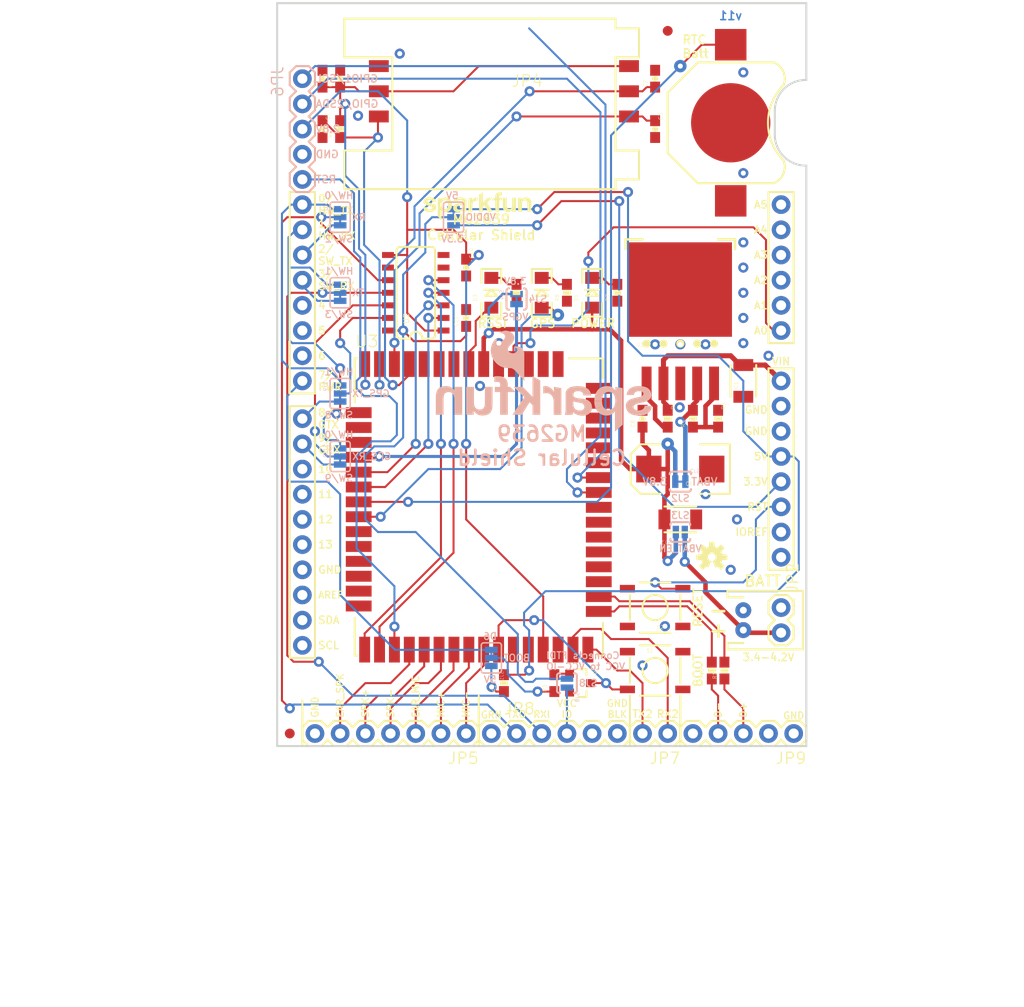
<source format=kicad_pcb>
(kicad_pcb (version 20211014) (generator pcbnew)
  (layers (0 "F.Cu" signal) (31 "B.Cu" signal) (34 "B.Paste" user) (35 "F.Paste" user) (36 "B.SilkS" user "B.Silkscreen") (37 "F.SilkS" user "F.Silkscreen") (38 "B.Mask" user) (39 "F.Mask" user) (44 "Edge.Cuts" user))
  (net 0 "")
  (net 1 "GND")
  (net 2 "SIM_CLK")
  (net 3 "SIM_RST")
  (net 4 "ADJUST")
  (net 5 "N$17")
  (net 6 "VRAW")
  (net 7 "RESET")
  (net 8 "RXI")
  (net 9 "RX-SOFT")
  (net 10 "VCHG")
  (net 11 "N$1")
  (net 12 "SIM_DATA")
  (net 13 "VSIM")
  (net 14 "3.8V")
  (net 15 "N$3")
  (net 16 "~{SYSRST}")
  (net 17 "ON/OFF")
  (net 18 "~{PWRKEY}")
  (net 19 "V_GPS")
  (net 20 "GPS_RTC")
  (net 21 "N$5")
  (net 22 "N$7")
  (net 23 "N$8")
  (net 24 "GPS_FIX")
  (net 25 "N$9")
  (net 26 "VDDIO")
  (net 27 "USB+")
  (net 28 "USB-")
  (net 29 "TXO")
  (net 30 "RX-2.8V")
  (net 31 "TX-2.8V")
  (net 32 "RX2-2.8V")
  (net 33 "TX2-2.8V")
  (net 34 "GRX-2.8V")
  (net 35 "GTX-2.8V")
  (net 36 "RING")
  (net 37 "VCCB")
  (net 38 "RX-HV")
  (net 39 "TX-HV")
  (net 40 "GRX-HV")
  (net 41 "GTX-HV")
  (net 42 "3.3V")
  (net 43 "5V")
  (net 44 "TX-SOFT")
  (net 45 "MIC_P1")
  (net 46 "MIC_P0")
  (net 47 "MIC_N0")
  (net 48 "RECN")
  (net 49 "RECP")
  (net 50 "EAR_L")
  (net 51 "N$4")
  (net 52 "N$6")
  (net 53 "N$2")
  (net 54 "N$10")
  (net 55 "GPIO1/SCL")
  (net 56 "ADCIN")
  (net 57 "GPIO2/SDA")
  (net 58 "N$11")
  (net 59 "N$12")
  (net 60 "GTX-SOFT")
  (net 61 "GRX-SOFT")
  (footprint "boardEagle:0603-RES" (layer "F.Cu") (at 156.1211 96.7486 90)
    (fp_text reference "R7")
    (fp_text value "1K")
  )
  (footprint "boardEagle:MG2639" (layer "F.Cu") (at 142.1511 118.3386)
    (fp_text reference "U3")
    (fp_text value "MG2639V3")
  )
  (footprint "boardEagle:LED-1206" (layer "F.Cu") (at 143.4211 96.7486 90)
    (fp_text reference "D3")
    (fp_text value "GREEN")
  )
  (footprint "boardEagle:0603-RES" (layer "F.Cu") (at 128.1811 80.2386 90)
    (fp_text reference "R6")
    (fp_text value "10K")
  )
  (footprint "boardEagle:STAND-OFF" (layer "F.Cu") (at 124.3711 136.1186)
    (fp_text reference "STANDOFF3" hide)
    (fp_text value "STAND-OFF" hide)
  )
  (footprint "boardEagle:STAND-OFF" (layer "F.Cu") (at 172.6311 137.3886)
    (fp_text reference "STANDOFF4" hide)
    (fp_text value "STAND-OFF" hide)
  )
  (footprint "boardEagle:EIA7343" (layer "F.Cu") (at 162.4711 114.5286 180)
    (fp_text reference "C6")
    (fp_text value "100uF")
  )
  (footprint "boardEagle:0603-CAP" (layer "F.Cu") (at 126.4031 80.2386 -90)
    (fp_text reference "C7")
    (fp_text value "33pF")
  )
  (footprint "boardEagle:0603" (layer "F.Cu") (at 149.7711 136.1186 90)
    (fp_text reference "R3")
    (fp_text value "4.7K")
  )
  (footprint "boardEagle:BATTCON_12MM" (layer "F.Cu") (at 167.5511 79.6036 -90)
    (fp_text reference "BAT1" hide)
    (fp_text value "12mm coincell" hide)
  )
  (footprint "boardEagle:FIDUCIAL-1X2" (layer "F.Cu") (at 123.1011 141.1986)
    (fp_text reference "FID1" hide)
    (fp_text value "FIDUCIAL1X2" hide)
  )
  (footprint "boardEagle:1X02" (layer "F.Cu") (at 172.6311 128.4986 -90)
    (fp_text reference "JP2")
    (fp_text value "M02PTH")
  )
  (footprint "boardEagle:SOT23-3" (layer "F.Cu") (at 152.3111 136.1186 -90)
    (fp_text reference "Q1")
    (fp_text value "MMBT2222A")
  )
  (footprint "boardEagle:1X07" (layer "F.Cu") (at 140.8811 141.1986 180)
    (fp_text reference "JP5")
    (fp_text value "AUDIO")
  )
  (footprint "boardEagle:SFE_LOGO_NAME_.1" (layer "F.Cu") (at 136.0551 89.916)
    (fp_text reference "LOGO1" hide)
    (fp_text value "SFE_LOGO_NAME.1_INCH" hide)
  )
  (footprint "boardEagle:CREATIVE_COMMONS" (layer "F.Cu") (at 114.2111 165.3286)
    (fp_text reference "FRAME1" hide)
    (fp_text value "FRAME-LEDGER" hide)
  )
  (footprint "boardEagle:FIDUCIAL-1X2" (layer "F.Cu") (at 161.2011 70.3326)
    (fp_text reference "FID2" hide)
    (fp_text value "FIDUCIAL1X2" hide)
  )
  (footprint "boardEagle:0603-CAP" (layer "F.Cu") (at 140.8811 94.2086 -90)
    (fp_text reference "C10")
    (fp_text value "0.1uF")
  )
  (footprint "boardEagle:0603-CAP" (layer "F.Cu") (at 126.4031 75.1586 90)
    (fp_text reference "C4")
    (fp_text value "1.0uF")
  )
  (footprint "boardEagle:Q5-DD_SPX29300" (layer "F.Cu") (at 162.4711 98.0186)
    (fp_text reference "U1")
    (fp_text value "SPX29302")
  )
  (footprint "boardEagle:FTDI_BASIC" (layer "F.Cu") (at 143.4211 141.1986)
    (fp_text reference "JP8")
    (fp_text value "FTDI_BASICPTH")
  )
  (footprint "boardEagle:TACTILE-SWITCH-SMD" (layer "F.Cu") (at 159.9311 134.8486)
    (fp_text reference "S1")
    (fp_text value "BOOT")
  )
  (footprint "boardEagle:1210" (layer "F.Cu") (at 168.8211 105.6386 90)
    (fp_text reference "C1")
    (fp_text value "10uF")
  )
  (footprint "" (layer "F.Cu") (at 151.6761 90.3986)
    (fp_text reference "@HOLE0" hide)
    (fp_text value "")
  )
  (footprint "boardEagle:0603-CAP" (layer "F.Cu") (at 158.6611 109.4486 90)
    (fp_text reference "C8")
    (fp_text value "0.1uF")
  )
  (footprint "boardEagle:1210" (layer "F.Cu") (at 162.4711 119.6086)
    (fp_text reference "C9")
    (fp_text value "10uF")
  )
  (footprint "boardEagle:0603-CAP" (layer "F.Cu") (at 140.8811 99.2886 90)
    (fp_text reference "C11")
    (fp_text value "0.1uF")
  )
  (footprint "boardEagle:LED-1206" (layer "F.Cu") (at 153.5811 96.7486 90)
    (fp_text reference "D1")
    (fp_text value "RED")
  )
  (footprint "boardEagle:0603-RES" (layer "F.Cu") (at 144.6911 136.1186 90)
    (fp_text reference "R2")
    (fp_text value "1K")
  )
  (footprint "boardEagle:JST-2-PTH" (layer "F.Cu") (at 168.8211 129.7686 -90)
    (fp_text reference "JP1")
    (fp_text value "DNP")
  )
  (footprint "boardEagle:0603-RES" (layer "F.Cu") (at 145.9611 96.7486 90)
    (fp_text reference "R9")
    (fp_text value "1K")
  )
  (footprint "boardEagle:TACTILE-SWITCH-SMD" (layer "F.Cu") (at 159.9311 128.4986 180)
    (fp_text reference "S2")
    (fp_text value "RESET")
  )
  (footprint "boardEagle:0603-CAP" (layer "F.Cu") (at 159.9311 80.2386 -90)
    (fp_text reference "C3")
    (fp_text value "33pF")
  )
  (footprint "boardEagle:0603-RES" (layer "F.Cu") (at 166.9161 134.8486 90)
    (fp_text reference "R11")
    (fp_text value "22")
  )
  (footprint "boardEagle:0603-RES" (layer "F.Cu") (at 165.6461 134.8486 90)
    (fp_text reference "R10")
    (fp_text value "22")
  )
  (footprint "boardEagle:SIMHOLDER" (layer "F.Cu") (at 144.6911 77.6986 180)
    (fp_text reference "JP4")
    (fp_text value "SIMHOLDER")
  )
  (footprint "boardEagle:0603-RES" (layer "F.Cu") (at 151.0411 96.7486 90)
    (fp_text reference "R8")
    (fp_text value "1K")
  )
  (footprint "boardEagle:0603-RES" (layer "F.Cu") (at 166.2811 109.4486 -90)
    (fp_text reference "R5")
    (fp_text value "1K")
  )
  (footprint "boardEagle:0603-RES" (layer "F.Cu") (at 163.7411 109.4486 90)
    (fp_text reference "R4")
    (fp_text value "2.2k")
  )
  (footprint "boardEagle:0603-RES" (layer "F.Cu") (at 161.2011 109.4486 -90)
    (fp_text reference "R1")
    (fp_text value "10K")
  )
  (footprint "boardEagle:UNO_R3_SHIELD_NOLABELS" (layer "F.Cu") (at 121.8311 142.4686)
    (fp_text reference "JP3" hide)
    (fp_text value "ARDUINO_R3_SHIELD" hide)
  )
  (footprint "boardEagle:1X05" (layer "F.Cu") (at 173.9011 141.1986 180)
    (fp_text reference "JP9")
    (fp_text value "USB")
  )
  (footprint "boardEagle:SO14" (layer "F.Cu") (at 135.8011 96.7486 90)
    (fp_text reference "U2")
    (fp_text value "TXB0104")
  )
  (footprint "boardEagle:STAND-OFF" (layer "F.Cu") (at 124.3711 70.0786 90)
    (fp_text reference "STANDOFF2" hide)
    (fp_text value "STAND-OFF" hide)
  )
  (footprint "boardEagle:LED-1206" (layer "F.Cu") (at 148.5011 96.7486 90)
    (fp_text reference "D2")
    (fp_text value "YELLOW")
  )
  (footprint "boardEagle:OSHW-LOGO-S" (layer "F.Cu") (at 165.6461 123.4186)
    (fp_text reference "LOGO3" hide)
    (fp_text value "OSHW-LOGOS" hide)
  )
  (footprint "boardEagle:0603-CAP" (layer "F.Cu") (at 159.9311 75.1586 90)
    (fp_text reference "C2")
    (fp_text value "33pF")
  )
  (footprint "boardEagle:STAND-OFF" (layer "F.Cu") (at 172.6311 70.0786 90)
    (fp_text reference "STANDOFF1" hide)
    (fp_text value "STAND-OFF" hide)
  )
  (footprint "boardEagle:1X02" (layer "F.Cu") (at 161.2011 141.1986 180)
    (fp_text reference "JP7")
    (fp_text value "UART2")
  )
  (footprint "boardEagle:0603-CAP" (layer "F.Cu") (at 128.1811 75.1586 90)
    (fp_text reference "C5")
    (fp_text value "0.1uF")
  )
  (footprint "" (layer "F.Cu") (at 132.8801 90.3986)
    (fp_text reference "@HOLE1" hide)
    (fp_text value "")
  )
  (footprint "boardEagle:PAD-JUMPER-3-2OF3_NC_BY_TRACE_YES_SILK_FULL_BOX" (layer "B.Cu") (at 128.1811 96.7486 -90)
    (fp_text reference "SJ6")
    (fp_text value "")
  )
  (footprint "boardEagle:PAD-JUMPER-2-NO_YES_SILK" (layer "B.Cu") (at 162.4711 120.8786)
    (fp_text reference "SJ3")
    (fp_text value "VBAT_EN")
  )
  (footprint "boardEagle:PAD.03X.05" (layer "B.Cu") (at 162.4711 73.8886 180)
    (fp_text reference "TP2" hide)
    (fp_text value "" hide)
  )
  (footprint "boardEagle:PAD.03X.05" (layer "B.Cu") (at 150.1267 98.9838 180)
    (fp_text reference "TP1" hide)
    (fp_text value "" hide)
  )
  (footprint "boardEagle:PAD-JUMPER-2-NO_YES_SILK" (layer "B.Cu") (at 151.0411 136.1186 90)
    (fp_text reference "SJ8")
    (fp_text value "FTDI_VCCIO")
  )
  (footprint "boardEagle:PAD-JUMPER-2-NC_BY_TRACE_YES_SILK" (layer "B.Cu") (at 145.9611 97.3836 -90)
    (fp_text reference "SJ4")
    (fp_text value "")
  )
  (footprint "boardEagle:PAD-JUMPER-3-2OF3_NC_BY_TRACE_YES_SILK_FULL_BOX" (layer "B.Cu") (at 128.1811 106.9086 -90)
    (fp_text reference "SJ9")
    (fp_text value "")
  )
  (footprint "boardEagle:SFE_LOGO_NAME_FLAME_.2" (layer "B.Cu") (at 160.3121 110.8456 180)
    (fp_text reference "LOGO2" hide)
    (fp_text value "SFE_LOGO_NAME_FLAME.2_INCH" hide)
  )
  (footprint "boardEagle:PAD-JUMPER-3-2OF3_NC_BY_TRACE_YES_SILK_FULL_BOX" (layer "B.Cu") (at 128.1811 113.2586 -90)
    (fp_text reference "SJ10")
    (fp_text value "")
  )
  (footprint "boardEagle:PAD.03X.05" (layer "B.Cu") (at 161.2011 111.9886 180)
    (fp_text reference "TP3" hide)
    (fp_text value "" hide)
  )
  (footprint "boardEagle:1X05" (layer "B.Cu") (at 124.3711 75.1586 -90)
    (fp_text reference "JP6")
    (fp_text value "MISC")
  )
  (footprint "boardEagle:PAD-JUMPER-3-2OF3_NC_BY_TRACE_YES_SILK_FULL_BOX" (layer "B.Cu") (at 139.6111 89.1286 90)
    (fp_text reference "SJ5")
    (fp_text value "")
  )
  (footprint "boardEagle:PAD-JUMPER-3-2OF3_NC_BY_TRACE_YES_SILK_FULL_BOX" (layer "B.Cu") (at 143.4211 133.5786 90)
    (fp_text reference "SJ1")
    (fp_text value "BOOT")
  )
  (footprint "boardEagle:PAD-JUMPER-2-NC_BY_TRACE_YES_SILK" (layer "B.Cu") (at 162.4711 115.7986 180)
    (fp_text reference "SJ2")
    (fp_text value "VBAT1")
  )
  (footprint "boardEagle:PAD-JUMPER-3-2OF3_NC_BY_TRACE_YES_SILK_FULL_BOX" (layer "B.Cu") (at 128.1811 89.1286 -90)
    (fp_text reference "SJ7")
    (fp_text value "")
  )
  (gr_line (start 123.1011 108.1786) (end 123.1011 133.5786) (layer "F.SilkS") (width 0.2032))
  (gr_line (start 125.6411 108.1786) (end 123.1011 108.1786) (layer "F.SilkS") (width 0.2032))
  (gr_line (start 171.3611 104.3686) (end 171.3611 124.6886) (layer "F.SilkS") (width 0.2032))
  (gr_line (start 125.6411 86.5886) (end 123.1011 86.5886) (layer "F.SilkS") (width 0.2032))
  (gr_line (start 173.9011 104.3686) (end 171.3611 104.3686) (layer "F.SilkS") (width 0.2032))
  (gr_line (start 173.9011 101.8286) (end 173.9011 86.5886) (layer "F.SilkS") (width 0.2032))
  (gr_line (start 124.3711 137.3886) (end 124.3711 142.4686) (layer "F.SilkS") (width 0.2032))
  (gr_line (start 123.1011 86.5886) (end 123.1011 106.9086) (layer "F.SilkS") (width 0.2032))
  (gr_line (start 173.9011 124.6886) (end 173.9011 104.3686) (layer "F.SilkS") (width 0.2032))
  (gr_line (start 142.1511 142.4686) (end 142.1511 137.3886) (layer "F.SilkS") (width 0.2032))
  (gr_line (start 162.4711 142.4686) (end 162.4711 137.3886) (layer "F.SilkS") (width 0.2032))
  (gr_line (start 171.3611 86.5886) (end 171.3611 101.8286) (layer "F.SilkS") (width 0.2032))
  (gr_line (start 125.6411 106.9086) (end 125.6411 86.5886) (layer "F.SilkS") (width 0.2032))
  (gr_line (start 157.3911 142.4686) (end 157.3911 137.3886) (layer "F.SilkS") (width 0.2032))
  (gr_line (start 123.1011 133.5786) (end 125.6411 133.5786) (layer "F.SilkS") (width 0.2032))
  (gr_line (start 125.6411 133.5786) (end 125.6411 108.1786) (layer "F.SilkS") (width 0.2032))
  (gr_line (start 123.1011 106.9086) (end 125.6411 106.9086) (layer "F.SilkS") (width 0.2032))
  (gr_line (start 173.9011 86.5886) (end 171.3611 86.5886) (layer "F.SilkS") (width 0.2032))
  (gr_line (start 171.3611 101.8286) (end 173.9011 101.8286) (layer "F.SilkS") (width 0.2032))
  (gr_line (start 171.3611 124.6886) (end 173.9011 124.6886) (layer "F.SilkS") (width 0.2032))
  (gr_line (start 121.8311 142.4686) (end 175.1711 142.4686) (layer "Edge.Cuts") (width 0.2032))
  (gr_line (start 175.1711 67.5386) (end 121.8311 67.5386) (layer "Edge.Cuts") (width 0.2032))
  (gr_arc (start 175.1711 83.9216) (mid 172.952339 83.055164) (end 171.9961 80.8736) (layer "Edge.Cuts") (width 0.2032))
  (gr_line (start 175.1711 142.4686) (end 175.1711 83.9216) (layer "Edge.Cuts") (width 0.2032))
  (gr_line (start 171.9961 80.8736) (end 171.9961 78.3336) (layer "Edge.Cuts") (width 0.2032))
  (gr_line (start 175.1711 75.2856) (end 175.1711 67.5386) (layer "Edge.Cuts") (width 0.2032))
  (gr_arc (start 171.9961 78.3336) (mid 172.952339 76.152036) (end 175.1711 75.2856) (layer "Edge.Cuts") (width 0.2032))
  (gr_line (start 121.8311 67.5386) (end 121.8311 142.4686) (layer "Edge.Cuts") (width 0.2032))
  (gr_text "v11" (at 166.2811 68.8086) (layer "B.Cu") (effects (font (size 0.8636 0.8636) (thickness 0.1524)) (justify right mirror)))
  (gr_text "VGPS" (at 145.8341 98.7806) (layer "B.SilkS") (effects (font (size 0.69088 0.69088) (thickness 0.12192)) (justify top mirror)))
  (gr_text "VBAT" (at 163.4871 115.7986) (layer "B.SilkS") (effects (font (size 0.75565 0.75565) (thickness 0.13335)) (justify right mirror)))
  (gr_text "SJ4" (at 147.1041 97.3836) (layer "B.SilkS") (effects (font (size 0.69088 0.69088) (thickness 0.12192)) (justify right mirror)))
  (gr_text "3.8V" (at 145.8341 95.9866) (layer "B.SilkS") (effects (font (size 0.69088 0.69088) (thickness 0.12192)) (justify bottom mirror)))
  (gr_text "VDDIO" (at 140.7541 89.1286) (layer "B.SilkS") (effects (font (size 0.69088 0.69088) (thickness 0.12192)) (justify right mirror)))
  (gr_text "SJ8" (at 152.1841 136.1186) (layer "B.SilkS") (effects (font (size 0.69088 0.69088) (thickness 0.12192)) (justify right mirror)))
  (gr_text "HW/0" (at 128.0541 111.4806) (layer "B.SilkS") (effects (font (size 0.69088 0.69088) (thickness 0.12192)) (justify bottom mirror)))
  (gr_text "SW/9" (at 128.0541 115.0366) (layer "B.SilkS") (effects (font (size 0.69088 0.69088) (thickness 0.12192)) (justify top mirror)))
  (gr_text "Connects FTDI\nVCC to VCC-IO" (at 148.8821 134.8486) (layer "B.SilkS") (effects (font (size 0.69088 0.69088) (thickness 0.12192)) (justify right bottom mirror)))
  (gr_text "VBAT_EN" (at 162.4711 122.1486) (layer "B.SilkS") (effects (font (size 0.69088 0.69088) (thickness 0.12192)) (justify top mirror)))
  (gr_text "BOOT" (at 144.5641 133.5786) (layer "B.SilkS") (effects (font (size 0.69088 0.69088) (thickness 0.12192)) (justify right mirror)))
  (gr_text "GPS_TX" (at 129.3241 106.9086) (layer "B.SilkS") (effects (font (size 0.69088 0.69088) (thickness 0.12192)) (justify right mirror)))
  (gr_text "SJ3" (at 162.4711 119.6086) (layer "B.SilkS") (effects (font (size 0.69088 0.69088) (thickness 0.12192)) (justify bottom mirror)))
  (gr_text "HW/0" (at 128.0541 87.3506) (layer "B.SilkS") (effects (font (size 0.69088 0.69088) (thickness 0.12192)) (justify bottom mirror)))
  (gr_text "GND" (at 125.6411 82.7786) (layer "B.SilkS") (effects (font (size 0.75565 0.75565) (thickness 0.13335)) (justify right mirror)))
  (gr_text "MG2639\nCellular Shield" (at 148.5011 110.0836) (layer "B.SilkS") (effects (font (size 1.5113 1.5113) (thickness 0.2667)) (justify top mirror)))
  (gr_text "GPS_RX" (at 129.3241 113.2586) (layer "B.SilkS") (effects (font (size 0.69088 0.69088) (thickness 0.12192)) (justify right mirror)))
  (gr_text "HW/1" (at 128.0541 105.1306) (layer "B.SilkS") (effects (font (size 0.69088 0.69088) (thickness 0.12192)) (justify bottom mirror)))
  (gr_text "5V" (at 139.4841 87.3506) (layer "B.SilkS") (effects (font (size 0.69088 0.69088) (thickness 0.12192)) (justify bottom mirror)))
  (gr_text "GPIO/2SDA" (at 125.6411 77.6986) (layer "B.SilkS") (effects (font (size 0.75565 0.75565) (thickness 0.13335)) (justify right mirror)))
  (gr_text "RX" (at 129.3241 89.1286) (layer "B.SilkS") (effects (font (size 0.69088 0.69088) (thickness 0.12192)) (justify right mirror)))
  (gr_text "5V" (at 143.2941 135.3566) (layer "B.SilkS") (effects (font (size 0.69088 0.69088) (thickness 0.12192)) (justify top mirror)))
  (gr_text "GPIO1/SCL" (at 125.6411 75.1586) (layer "B.SilkS") (effects (font (size 0.75565 0.75565) (thickness 0.13335)) (justify right mirror)))
  (gr_text "RST" (at 125.6411 85.3186) (layer "B.SilkS") (effects (font (size 0.75565 0.75565) (thickness 0.13335)) (justify right mirror)))
  (gr_text "2.8V" (at 125.6411 80.2386) (layer "B.SilkS") (effects (font (size 0.75565 0.75565) (thickness 0.13335)) (justify right mirror)))
  (gr_text "HW/1" (at 128.0541 94.9706) (layer "B.SilkS") (effects (font (size 0.69088 0.69088) (thickness 0.12192)) (justify bottom mirror)))
  (gr_text "D6" (at 143.2941 131.8006) (layer "B.SilkS") (effects (font (size 0.69088 0.69088) (thickness 0.12192)) (justify bottom mirror)))
  (gr_text "SW/8" (at 128.0541 108.6866) (layer "B.SilkS") (effects (font (size 0.69088 0.69088) (thickness 0.12192)) (justify top mirror)))
  (gr_text "3.3V" (at 139.4841 90.9066) (layer "B.SilkS") (effects (font (size 0.69088 0.69088) (thickness 0.12192)) (justify top mirror)))
  (gr_text "SW/2" (at 128.0541 90.9066) (layer "B.SilkS") (effects (font (size 0.69088 0.69088) (thickness 0.12192)) (justify top mirror)))
  (gr_text "TX" (at 129.3241 96.7486) (layer "B.SilkS") (effects (font (size 0.69088 0.69088) (thickness 0.12192)) (justify right mirror)))
  (gr_text "SW/3" (at 128.0541 98.5266) (layer "B.SilkS") (effects (font (size 0.69088 0.69088) (thickness 0.12192)) (justify top mirror)))
  (gr_text "3.8V" (at 161.2011 115.7986) (layer "B.SilkS") (effects (font (size 0.75565 0.75565) (thickness 0.13335)) (justify left mirror)))
  (gr_text "SJ2" (at 162.4711 117.0686) (layer "B.SilkS") (effects (font (size 0.69088 0.69088) (thickness 0.12192)) (justify top mirror)))
  (gr_text "SPK-" (at 133.2611 139.6746 90) (layer "F.SilkS") (effects (font (size 0.69088 0.69088) (thickness 0.12192)) (justify left)))
  (gr_text "8/\nGTX" (at 125.8951 109.4486) (layer "F.SilkS") (effects (font (size 0.75565 0.75565) (thickness 0.13335)) (justify left)))
  (gr_text "BATT" (at 168.8211 126.4666) (layer "F.SilkS") (effects (font (size 1.0795 1.0795) (thickness 0.1905)) (justify left bottom)))
  (gr_text "RESET" (at 163.7411 128.4986 90) (layer "F.SilkS") (effects (font (size 0.8636 0.8636) (thickness 0.1524)) (justify top)))
  (gr_text "1/\nHW_RX" (at 125.8951 90.3986) (layer "F.SilkS") (effects (font (size 0.75565 0.75565) (thickness 0.13335)) (justify left)))
  (gr_text "4" (at 125.8951 98.0186) (layer "F.SilkS") (effects (font (size 0.75565 0.75565) (thickness 0.13335)) (justify left)))
  (gr_text "RST" (at 171.3611 118.3386) (layer "F.SilkS") (effects (font (size 0.75565 0.75565) (thickness 0.13335)) (justify right)))
  (gr_text "12" (at 125.8951 119.6086) (layer "F.SilkS") (effects (font (size 0.75565 0.75565) (thickness 0.13335)) (justify left)))
  (gr_text "EAR_MIC" (at 135.8011 139.6746 90) (layer "F.SilkS") (effects (font (size 0.69088 0.69088) (thickness 0.12192)) (justify left)))
  (gr_text "9/\nGRX" (at 125.8951 111.9886) (layer "F.SilkS") (effects (font (size 0.75565 0.75565) (thickness 0.13335)) (justify left)))
  (gr_text "7/\nPWR" (at 125.8951 105.6386) (layer "F.SilkS") (effects (font (size 0.75565 0.75565) (thickness 0.13335)) (justify left)))
  (gr_text "A3" (at 171.3611 92.9386) (layer "F.SilkS") (effects (font (size 0.75565 0.75565) (thickness 0.13335)) (justify right)))
  (gr_text "SCL" (at 125.8951 132.3086) (layer "F.SilkS") (effects (font (size 0.75565 0.75565) (thickness 0.13335)) (justify left)))
  (gr_text "GND" (at 171.3611 108.5596) (layer "F.SilkS") (effects (font (size 0.75565 0.75565) (thickness 0.13335)) (justify right)))
  (gr_text "3/\nSW_RX" (at 125.8951 95.4786) (layer "F.SilkS") (effects (font (size 0.75565 0.75565) (thickness 0.13335)) (justify left)))
  (gr_text "RTC\nBatt" (at 162.5981 73.1266) (layer "F.SilkS") (effects (font (size 0.8636 0.8636) (thickness 0.1524)) (justify left bottom)))
  (gr_text "13" (at 125.8951 122.1486) (layer "F.SilkS") (effects (font (size 0.75565 0.75565) (thickness 0.13335)) (justify left)))
  (gr_text "D-" (at 166.2811 139.6746 90) (layer "F.SilkS") (effects (font (size 0.69088 0.69088) (thickness 0.12192)) (justify left)))
  (gr_text "POWER" (at 153.6827 99.3394) (layer "F.SilkS") (effects (font (size 0.8636 0.8636) (thickness 0.1524)) (justify top)))
  (gr_text "GRN" (at 143.4211 139.7254) (layer "F.SilkS") (effects (font (size 0.69088 0.69088) (thickness 0.12192)) (justify bottom)))
  (gr_text "MIC-" (at 140.8811 139.6746 90) (layer "F.SilkS") (effects (font (size 0.69088 0.69088) (thickness 0.12192)) (justify left)))
  (gr_text "SPK+" (at 130.7211 139.6746 90) (layer "F.SilkS") (effects (font (size 0.69088 0.69088) (thickness 0.12192)) (justify left)))
  (gr_text "A4" (at 171.3611 90.3986) (layer "F.SilkS") (effects (font (size 0.75565 0.75565) (thickness 0.13335)) (justify right)))
  (gr_text "BOOT" (at 163.7411 134.8486 90) (layer "F.SilkS") (effects (font (size 0.8636 0.8636) (thickness 0.1524)) (justify top)))
  (gr_text "AREF" (at 125.8951 127.2286) (layer "F.SilkS") (effects (font (size 0.69088 0.69088) (thickness 0.12192)) (justify left)))
  (gr_text "D+" (at 168.8211 139.6746 90) (layer "F.SilkS") (effects (font (size 0.69088 0.69088) (thickness 0.12192)) (justify left)))
  (gr_text "A5" (at 171.3611 87.8586) (layer "F.SilkS") (effects (font (size 0.75565 0.75565) (thickness 0.13335)) (justify right)))
  (gr_text "3.4-4.2V" (at 171.3611 133.0706) (layer "F.SilkS") (effects (font (size 0.75565 0.75565) (thickness 0.13335)) (justify top)))
  (gr_text "10" (at 125.8951 114.5286) (layer "F.SilkS") (effects (font (size 0.75565 0.75565) (thickness 0.13335)) (justify left)))
  (gr_text "0/\nHW_TX" (at 125.8951 87.8586) (layer "F.SilkS") (effects (font (size 0.75565 0.75565) (thickness 0.13335)) (justify left)))
  (gr_text "A1" (at 171.3611 98.0186) (layer "F.SilkS") (effects (font (size 0.75565 0.75565) (thickness 0.13335)) (justify right)))
  (gr_text "IOREF" (at 171.3611 120.8786) (layer "F.SilkS") (effects (font (size 0.75565 0.75565) (thickness 0.13335)) (justify right)))
  (gr_text "MIC+" (at 138.3411 139.6746 90) (layer "F.SilkS") (effects (font (size 0.69088 0.69088) (thickness 0.12192)) (justify left)))
  (gr_text "2/\nSW_TX" (at 125.8951 92.9386) (layer "F.SilkS") (effects (font (size 0.75565 0.75565) (thickness 0.13335)) (justify left)))
  (gr_text "MG2639\nCellular Shield" (at 142.4051 88.7984) (layer "F.SilkS") (effects (font (size 0.97155 0.97155) (thickness 0.17145)) (justify top)))
  (gr_text "GND" (at 173.9011 139.8016) (layer "F.SilkS") (effects (font (size 0.69088 0.69088) (thickness 0.12192)) (justify bottom)))
  (gr_text "RX2" (at 161.2011 139.6746) (layer "F.SilkS") (effects (font (size 0.75565 0.75565) (thickness 0.13335)) (justify bottom)))
  (gr_text "A0" (at 171.3611 100.5586) (layer "F.SilkS") (effects (font (size 0.75565 0.75565) (thickness 0.13335)) (justify right)))
  (gr_text "-" (at 167.4241 128.7526) (layer "F.SilkS") (effects (font (size 1.5113 1.5113) (thickness 0.2667)) (justify right)))
  (gr_text "GND" (at 125.8951 124.6886) (layer "F.SilkS") (effects (font (size 0.75565 0.75565) (thickness 0.13335)) (justify left)))
  (gr_text "EAR_SPK" (at 128.1811 139.6746 90) (layer "F.SilkS") (effects (font (size 0.69088 0.69088) (thickness 0.12192)) (justify left)))
  (gr_text "GPS" (at 148.6027 99.3394) (layer "F.SilkS") (effects (font (size 0.8636 0.8636) (thickness 0.1524)) (justify top)))
  (gr_text "TXO" (at 145.9611 139.6746) (layer "F.SilkS") (effects (font (size 0.69088 0.69088) (thickness 0.12192)) (justify bottom)))
  (gr_text "RXI" (at 148.5011 139.6746) (layer "F.SilkS") (effects (font (size 0.69088 0.69088) (thickness 0.12192)) (justify bottom)))
  (gr_text "GND\nBLK" (at 156.1211 139.6746) (layer "F.SilkS") (effects (font (size 0.69088 0.69088) (thickness 0.12192)) (justify bottom)))
  (gr_text "6" (at 125.8951 103.0986) (layer "F.SilkS") (effects (font (size 0.75565 0.75565) (thickness 0.13335)) (justify left)))
  (gr_text "A2" (at 171.3611 95.4786) (layer "F.SilkS") (effects (font (size 0.75565 0.75565) (thickness 0.13335)) (justify right)))
  (gr_text "VCC\nIO" (at 151.0411 139.6746) (layer "F.SilkS") (effects (font (size 0.69088 0.69088) (thickness 0.12192)) (justify bottom)))
  (gr_text "5V" (at 171.3611 113.2586) (layer "F.SilkS") (effects (font (size 0.75565 0.75565) (thickness 0.13335)) (justify right)))
  (gr_text "GND" (at 125.6411 139.6746 90) (layer "F.SilkS") (effects (font (size 0.69088 0.69088) (thickness 0.12192)) (justify left)))
  (gr_text "+" (at 167.4241 130.7846) (layer "F.SilkS") (effects (font (size 1.5113 1.5113) (thickness 0.2667)) (justify right)))
  (gr_text "SDA" (at 125.8951 129.7686) (layer "F.SilkS") (effects (font (size 0.75565 0.75565) (thickness 0.13335)) (justify left)))
  (gr_text "VIN" (at 172.6311 104.1146) (layer "F.SilkS") (effects (font (size 0.75565 0.75565) (thickness 0.13335)) (justify bottom)))
  (gr_text "3.3V" (at 171.3611 115.7986) (layer "F.SilkS") (effects (font (size 0.75565 0.75565) (thickness 0.13335)) (justify right)))
  (gr_text "GND" (at 171.3611 110.7186) (layer "F.SilkS") (effects (font (size 0.75565 0.75565) (thickness 0.13335)) (justify right)))
  (gr_text "RSSI" (at 143.5227 99.3394) (layer "F.SilkS") (effects (font (size 0.8636 0.8636) (thickness 0.1524)) (justify top)))
  (gr_text "TX2" (at 158.6611 139.6746) (layer "F.SilkS") (effects (font (size 0.75565 0.75565) (thickness 0.13335)) (justify bottom)))
  (gr_text "11" (at 125.8951 117.0686) (layer "F.SilkS") (effects (font (size 0.75565 0.75565) (thickness 0.13335)) (justify left)))
  (gr_text "5" (at 125.8951 100.5586) (layer "F.SilkS") (effects (font (size 0.75565 0.75565) (thickness 0.13335)) (justify left)))
  (via (at 168.8211 99.2886) (size 1.016) (drill 0.508) (layers "F.Cu" "B.Cu") (net 1))
  (via (at 159.9311 101.9556) (size 1.016) (drill 0.508) (layers "F.Cu" "B.Cu") (net 1))
  (via (at 142.2781 106.1466) (size 1.016) (drill 0.508) (layers "F.Cu" "B.Cu") (net 1))
  (via (at 168.8211 84.6836) (size 1.016) (drill 0.508) (layers "F.Cu" "B.Cu") (net 1))
  (via (at 168.8211 74.5236) (size 1.016) (drill 0.508) (layers "F.Cu" "B.Cu") (net 1))
  (via (at 171.3611 103.0986) (size 1.016) (drill 0.508) (layers "F.Cu" "B.Cu") (net 1))
  (via (at 168.8211 101.8286) (size 1.016) (drill 0.508) (layers "F.Cu" "B.Cu") (net 1))
  (via (at 168.1861 119.6086) (size 1.016) (drill 0.508) (layers "F.Cu" "B.Cu") (net 1))
  (via (at 144.1831 101.8286) (size 1.016) (drill 0.508) (layers "F.Cu" "B.Cu") (net 1))
  (via (at 160.9217 130.3782) (size 1.016) (drill 0.508) (layers "F.Cu" "B.Cu") (net 1))
  (via (at 167.5511 124.6886) (size 1.016) (drill 0.508) (layers "F.Cu" "B.Cu") (net 1))
  (via (at 168.8211 96.7486) (size 1.016) (drill 0.508) (layers "F.Cu" "B.Cu") (net 1))
  (via (at 165.0111 117.0686) (size 1.016) (drill 0.508) (layers "F.Cu" "B.Cu") (net 1))
  (via (at 168.8211 91.6686) (size 1.016) (drill 0.508) (layers "F.Cu" "B.Cu") (net 1))
  (via (at 165.0111 101.9556) (size 1.016) (drill 0.508) (layers "F.Cu" "B.Cu") (net 1))
  (via (at 158.6611 134.3406) (size 1.016) (drill 0.508) (layers "F.Cu" "B.Cu") (net 1))
  (via (at 162.4711 101.9556) (size 1.016) (drill 0.508) (layers "F.Cu" "B.Cu") (net 1))
  (via (at 162.4076 108.3056) (size 1.016) (drill 0.508) (layers "F.Cu" "B.Cu") (net 1))
  (via (at 168.8211 94.2086) (size 1.016) (drill 0.508) (layers "F.Cu" "B.Cu") (net 1))
  (via (at 134.1882 72.6313) (size 1.016) (drill 0.508) (layers "F.Cu" "B.Cu") (net 1))
  (via (at 129.9845 78.8924) (size 1.016) (drill 0.508) (layers "F.Cu" "B.Cu") (net 1))
  (segment (start 145.9611 78.9686) (end 157.3011 78.9686) (width 0.2032) (layer "F.Cu") (net 2))
  (segment (start 159.9311 79.3886) (end 159.0811 79.3886) (width 0.2032) (layer "F.Cu") (net 2))
  (segment (start 158.6611 78.9686) (end 159.0811 79.3886) (width 0.2032) (layer "F.Cu") (net 2))
  (segment (start 133.6511 103.9386) (end 133.6511 101.7868) (width 0.2032) (layer "F.Cu") (net 2))
  (segment (start 157.3011 78.9686) (end 158.6611 78.9686) (width 0.2032) (layer "F.Cu") (net 2))
  (via (at 145.9611 78.9686) (size 1.016) (drill 0.508) (layers "F.Cu" "B.Cu") (net 2))
  (via (at 133.6511 101.7868) (size 1.016) (drill 0.508) (layers "F.Cu" "B.Cu") (net 2))
  (segment (start 133.6511 101.7868) (end 133.6511 94.5298) (width 0.2032) (layer "B.Cu") (net 2))
  (segment (start 136.1821 88.7476) (end 145.9611 78.9686) (width 0.2032) (layer "B.Cu") (net 2))
  (segment (start 136.1821 88.7476) (end 136.1821 91.9988) (width 0.2032) (layer "B.Cu") (net 2))
  (segment (start 133.6511 94.5298) (end 136.1821 91.9988) (width 0.2032) (layer "B.Cu") (net 2))
  (segment (start 135.1511 103.9386) (end 135.1511 105.0186) (width 0.2032) (layer "F.Cu") (net 3))
  (segment (start 147.2819 76.4286) (end 157.3011 76.4286) (width 0.2032) (layer "F.Cu") (net 3))
  (segment (start 133.4747 106.06) (end 134.1097 106.06) (width 0.2032) (layer "F.Cu") (net 3))
  (segment (start 157.3011 76.4286) (end 158.6611 76.4286) (width 0.2032) (layer "F.Cu") (net 3))
  (segment (start 135.1511 105.0186) (end 134.1097 106.06) (width 0.2032) (layer "F.Cu") (net 3))
  (segment (start 158.6611 76.4286) (end 159.0811 76.0086) (width 0.2032) (layer "F.Cu") (net 3))
  (segment (start 159.9311 76.0086) (end 159.0811 76.0086) (width 0.2032) (layer "F.Cu") (net 3))
  (via (at 133.4747 106.06) (size 1.016) (drill 0.508) (layers "F.Cu" "B.Cu") (net 3))
  (via (at 147.2819 76.4286) (size 1.016) (drill 0.508) (layers "F.Cu" "B.Cu") (net 3))
  (segment (start 135.6741 88.0364) (end 135.6741 91.2368) (width 0.2032) (layer "B.Cu") (net 3))
  (segment (start 132.7023 94.2086) (end 135.6741 91.2368) (width 0.2032) (layer "B.Cu") (net 3))
  (segment (start 135.6741 88.0364) (end 147.2819 76.4286) (width 0.2032) (layer "B.Cu") (net 3))
  (segment (start 132.7023 105.2876) (end 132.7023 94.2086) (width 0.2032) (layer "B.Cu") (net 3))
  (segment (start 132.7023 105.2876) (end 133.4747 106.06) (width 0.2032) (layer "B.Cu") (net 3))
  (segment (start 165.8711 107.3186) (end 165.0111 108.1786) (width 0.4572) (layer "F.Cu") (net 4))
  (segment (start 165.8711 105.8936) (end 165.8711 107.3186) (width 0.4572) (layer "F.Cu") (net 4))
  (segment (start 165.0111 108.1786) (end 165.0111 110.2986) (width 0.4572) (layer "F.Cu") (net 4))
  (segment (start 163.7411 110.2986) (end 165.0111 110.2986) (width 0.4572) (layer "F.Cu") (net 4))
  (segment (start 165.0111 110.2986) (end 166.2811 110.2986) (width 0.4572) (layer "F.Cu") (net 4))
  (segment (start 155.2711 95.8986) (end 154.6211 95.2486) (width 0.2032) (layer "F.Cu") (net 5))
  (segment (start 156.1211 95.8986) (end 155.2711 95.8986) (width 0.2032) (layer "F.Cu") (net 5))
  (segment (start 153.5811 95.2486) (end 154.6211 95.2486) (width 0.2032) (layer "F.Cu") (net 5))
  (segment (start 160.7711 103.5286) (end 161.2011 103.0986) (width 0.508) (layer "F.Cu") (net 6))
  (segment (start 168.8211 104.0386) (end 171.0311 104.0386) (width 0.508) (layer "F.Cu") (net 6))
  (segment (start 160.7711 105.8936) (end 160.7711 107.7486) (width 0.4572) (layer "F.Cu") (net 6))
  (segment (start 160.7711 105.8936) (end 160.7711 104.4176) (width 0.4572) (layer "F.Cu") (net 6))
  (segment (start 160.7711 104.4176) (end 160.7711 103.5286) (width 0.508) (layer "F.Cu") (net 6))
  (segment (start 161.2011 108.1786) (end 161.2011 108.5986) (width 0.4572) (layer "F.Cu") (net 6))
  (segment (start 171.0311 104.0386) (end 172.6311 105.6386) (width 0.508) (layer "F.Cu") (net 6))
  (segment (start 168.4911 104.0386) (end 167.5511 103.0986) (width 0.508) (layer "F.Cu") (net 6))
  (segment (start 168.8211 104.0386) (end 168.4911 104.0386) (width 0.508) (layer "F.Cu") (net 6))
  (segment (start 160.7711 107.7486) (end 161.2011 108.1786) (width 0.4572) (layer "F.Cu") (net 6))
  (segment (start 167.5511 103.0986) (end 161.2011 103.0986) (width 0.508) (layer "F.Cu") (net 6))
  (segment (start 160.5661 126.5936) (end 159.9311 125.9586) (width 0.2032) (layer "F.Cu") (net 7))
  (segment (start 162.7251 126.5936) (end 160.5661 126.5936) (width 0.2032) (layer "F.Cu") (net 7))
  (via (at 159.9311 125.9586) (size 1.016) (drill 0.508) (layers "F.Cu" "B.Cu") (net 7))
  (segment (start 170.0911 119.6086) (end 170.0911 124.6886) (width 0.2032) (layer "B.Cu") (net 7))
  (segment (start 168.8211 125.9586) (end 159.9311 125.9586) (width 0.2032) (layer "B.Cu") (net 7))
  (segment (start 172.6311 118.3386) (end 171.3611 118.3386) (width 0.2032) (layer "B.Cu") (net 7))
  (segment (start 171.3611 118.3386) (end 170.0911 119.6086) (width 0.2032) (layer "B.Cu") (net 7))
  (segment (start 170.0911 124.6886) (end 168.8211 125.9586) (width 0.2032) (layer "B.Cu") (net 7))
  (segment (start 127.3683 88.3158) (end 126.9111 87.8586) (width 0.2032) (layer "B.Cu") (net 8))
  (segment (start 122.3137 103.5812) (end 123.1011 104.3686) (width 0.2032) (layer "B.Cu") (net 8))
  (segment (start 124.3711 87.8586) (end 123.2281 87.8586) (width 0.2032) (layer "B.Cu") (net 8))
  (segment (start 122.3137 88.773) (end 122.3137 103.5812) (width 0.2032) (layer "B.Cu") (net 8))
  (segment (start 123.1011 104.3686) (end 126.9111 104.3686) (width 0.2032) (layer "B.Cu") (net 8))
  (segment (start 124.3711 87.8586) (end 126.9111 87.8586) (width 0.2032) (layer "B.Cu") (net 8))
  (segment (start 127.3683 88.3158) (end 128.1811 88.3158) (width 0.2032) (layer "B.Cu") (net 8))
  (segment (start 128.1811 105.6386) (end 128.1811 106.0958) (width 0.2032) (layer "B.Cu") (net 8))
  (segment (start 126.9111 104.3686) (end 128.1811 105.6386) (width 0.2032) (layer "B.Cu") (net 8))
  (segment (start 123.2281 87.8586) (end 122.3137 88.773) (width 0.2032) (layer "B.Cu") (net 8))
  (segment (start 124.3711 95.4786) (end 124.3711 96.0374) (width 0.2032) (layer "B.Cu") (net 9))
  (segment (start 124.3711 96.0374) (end 125.8951 97.5614) (width 0.2032) (layer "B.Cu") (net 9))
  (segment (start 128.1811 97.5614) (end 125.8951 97.5614) (width 0.2032) (layer "B.Cu") (net 9))
  (segment (start 160.7811 110.2986) (end 159.9311 109.4486) (width 0.4572) (layer "F.Cu") (net 11))
  (segment (start 161.2011 110.2986) (end 160.7811 110.2986) (width 0.4572) (layer "F.Cu") (net 11))
  (segment (start 159.9311 108.1786) (end 159.9311 109.4486) (width 0.4572) (layer "F.Cu") (net 11))
  (segment (start 159.0711 107.3186) (end 159.9311 108.1786) (width 0.4572) (layer "F.Cu") (net 11))
  (segment (start 159.0711 105.8936) (end 159.0711 107.3186) (width 0.4572) (layer "F.Cu") (net 11))
  (segment (start 126.4811 79.3886) (end 128.1811 81.0886) (width 0.2032) (layer "F.Cu") (net 12))
  (segment (start 131.9031 81.0886) (end 131.9911 81.0006) (width 0.2032) (layer "F.Cu") (net 12))
  (segment (start 132.0811 78.9686) (end 131.9911 78.9686) (width 0.2032) (layer "F.Cu") (net 12))
  (segment (start 131.9911 78.9686) (end 131.9911 81.0006) (width 0.2032) (layer "F.Cu") (net 12))
  (segment (start 128.1811 81.0886) (end 131.9031 81.0886) (width 0.2032) (layer "F.Cu") (net 12))
  (segment (start 131.9911 81.0006) (end 131.9911 81.0886) (width 0.2032) (layer "F.Cu") (net 12))
  (segment (start 126.4031 79.3886) (end 126.4811 79.3886) (width 0.2032) (layer "F.Cu") (net 12))
  (segment (start 132.1511 106.0526) (end 132.1511 103.9386) (width 0.2032) (layer "F.Cu") (net 12))
  (via (at 132.1511 106.0526) (size 1.016) (drill 0.508) (layers "F.Cu" "B.Cu") (net 12))
  (via (at 131.9911 81.0886) (size 1.016) (drill 0.508) (layers "F.Cu" "B.Cu") (net 12))
  (segment (start 131.9911 81.1276) (end 131.9911 81.0886) (width 0.2032) (layer "B.Cu") (net 12))
  (segment (start 132.1511 93.4796) (end 132.1511 106.0526) (width 0.2032) (layer "B.Cu") (net 12))
  (segment (start 130.5941 91.9226) (end 130.5941 82.5246) (width 0.2032) (layer "B.Cu") (net 12))
  (segment (start 130.5941 91.9226) (end 132.1511 93.4796) (width 0.2032) (layer "B.Cu") (net 12))
  (segment (start 130.5941 82.5246) (end 131.9911 81.1276) (width 0.2032) (layer "B.Cu") (net 12))
  (segment (start 132.0811 76.4286) (end 139.6111 76.4286) (width 0.2032) (layer "F.Cu") (net 13))
  (segment (start 139.6111 76.4286) (end 142.1511 73.8886) (width 0.2032) (layer "F.Cu") (net 13))
  (segment (start 130.7211 104.0086) (end 130.7211 106.0196) (width 0.2032) (layer "F.Cu") (net 13))
  (segment (start 128.1811 78.2066) (end 128.6891 77.6986) (width 0.2032) (layer "F.Cu") (net 13))
  (segment (start 128.1811 76.0086) (end 128.1811 77.1906) (width 0.2032) (layer "F.Cu") (net 13))
  (segment (start 132.0811 76.4286) (end 130.0861 76.4286) (width 0.2032) (layer "F.Cu") (net 13))
  (segment (start 128.1811 76.0086) (end 129.6661 76.0086) (width 0.2032) (layer "F.Cu") (net 13))
  (segment (start 128.1811 77.1906) (end 128.6891 77.6986) (width 0.2032) (layer "F.Cu") (net 13))
  (segment (start 130.6511 103.9386) (end 130.7211 104.0086) (width 0.2032) (layer "F.Cu") (net 13))
  (segment (start 130.0861 76.4286) (end 129.6661 76.0086) (width 0.2032) (layer "F.Cu") (net 13))
  (segment (start 157.3011 73.8886) (end 142.1511 73.8886) (width 0.2032) (layer "F.Cu") (net 13))
  (segment (start 126.4031 76.0086) (end 128.1811 76.0086) (width 0.2032) (layer "F.Cu") (net 13))
  (segment (start 128.1811 79.3886) (end 128.1811 78.2066) (width 0.2032) (layer "F.Cu") (net 13))
  (via (at 130.7211 106.0196) (size 1.016) (drill 0.508) (layers "F.Cu" "B.Cu") (net 13))
  (via (at 128.6891 77.6986) (size 1.016) (drill 0.508) (layers "F.Cu" "B.Cu") (net 13))
  (segment (start 130.7211 106.0196) (end 130.7211 92.9386) (width 0.2032) (layer "B.Cu") (net 13))
  (segment (start 130.0861 92.3036) (end 130.0861 86.3346) (width 0.2032) (layer "B.Cu") (net 13))
  (segment (start 130.7211 92.9386) (end 130.0861 92.3036) (width 0.2032) (layer "B.Cu") (net 13))
  (segment (start 130.0861 86.3346) (end 128.6891 84.9376) (width 0.2032) (layer "B.Cu") (net 13))
  (segment (start 128.6891 84.9376) (end 128.6891 77.6986) (width 0.2032) (layer "B.Cu") (net 13))
  (segment (start 156.5021 101.5746) (end 156.5021 113.6396) (width 0.4572) (layer "F.Cu") (net 14))
  (segment (start 159.3011 114.5286) (end 159.2961 114.5286) (width 0.4572) (layer "F.Cu") (net 14))
  (segment (start 159.3011 114.5286) (end 161.2011 114.5286) (width 0.4572) (layer "F.Cu") (net 14))
  (segment (start 160.8711 123.4696) (end 161.2011 123.7996) (width 0.4572) (layer "F.Cu") (net 14))
  (segment (start 160.8711 119.6086) (end 160.8711 117.3986) (width 0.4572) (layer "F.Cu") (net 14))
  (segment (start 159.3011 114.5286) (end 157.3911 114.5286) (width 0.4572) (layer "F.Cu") (net 14))
  (segment (start 161.2011 111.9886) (end 161.2011 114.5286) (width 0.4572) (layer "F.Cu") (net 14))
  (segment (start 159.3011 112.6286) (end 158.6611 111.9886) (width 0.4572) (layer "F.Cu") (net 14))
  (segment (start 155.3591 100.4316) (end 153.5811 100.4316) (width 0.4572) (layer "F.Cu") (net 14))
  (segment (start 142.6511 103.9386) (end 142.6511 101.3286) (width 0.4572) (layer "F.Cu") (net 14))
  (segment (start 158.6611 110.2986) (end 158.6611 111.9886) (width 0.4572) (layer "F.Cu") (net 14))
  (segment (start 156.5021 101.5746) (end 155.3591 100.4316) (width 0.4572) (layer "F.Cu") (net 14))
  (segment (start 153.5811 98.2486) (end 153.5811 100.4316) (width 0.254) (layer "F.Cu") (net 14))
  (segment (start 161.2011 117.0686) (end 161.2011 114.5286) (width 0.4572) (layer "F.Cu") (net 14))
  (segment (start 142.6511 101.3286) (end 143.1671 100.8126) (width 0.4572) (layer "F.Cu") (net 14))
  (segment (start 160.8711 119.6086) (end 160.8711 123.4696) (width 0.4572) (layer "F.Cu") (net 14))
  (segment (start 153.5811 100.4316) (end 143.5481 100.4316) (width 0.4572) (layer "F.Cu") (net 14))
  (segment (start 156.5021 113.6396) (end 157.3911 114.5286) (width 0.4572) (layer "F.Cu") (net 14))
  (segment (start 160.8711 117.3986) (end 161.2011 117.0686) (width 0.4572) (layer "F.Cu") (net 14))
  (segment (start 143.5481 100.4316) (end 143.1671 100.8126) (width 0.4572) (layer "F.Cu") (net 14))
  (segment (start 159.3011 114.5286) (end 159.3011 112.6286) (width 0.4572) (layer "F.Cu") (net 14))
  (via (at 161.2011 123.7996) (size 1.016) (drill 0.508) (layers "F.Cu" "B.Cu") (net 14))
  (via (at 161.2011 111.9886) (size 1.016) (drill 0.508) (layers "F.Cu" "B.Cu") (net 14))
  (via (at 143.1671 100.8126) (size 1.016) (drill 0.508) (layers "F.Cu" "B.Cu") (net 14))
  (segment (start 162.0211 122.9796) (end 161.2011 123.7996) (width 0.4572) (layer "B.Cu") (net 14))
  (segment (start 161.9631 112.7506) (end 161.2011 111.9886) (width 0.4572) (layer "B.Cu") (net 14))
  (segment (start 162.0211 120.8786) (end 162.0211 122.9796) (width 0.4572) (layer "B.Cu") (net 14))
  (segment (start 143.1671 98.2726) (end 143.1671 100.8126) (width 0.254) (layer "B.Cu") (net 14))
  (segment (start 161.9631 115.7986) (end 161.9631 112.7506) (width 0.4572) (layer "B.Cu") (net 14))
  (segment (start 144.5641 96.8756) (end 143.1671 98.2726) (width 0.254) (layer "B.Cu") (net 14))
  (segment (start 145.9611 96.8756) (end 144.5641 96.8756) (width 0.254) (layer "B.Cu") (net 14))
  (segment (start 149.8711 135.1686) (end 149.7711 135.2686) (width 0.2032) (layer "F.Cu") (net 15))
  (segment (start 151.3111 135.1686) (end 149.8711 135.1686) (width 0.2032) (layer "F.Cu") (net 15))
  (segment (start 133.6511 132.7386) (end 133.6511 130.4126) (width 0.2032) (layer "F.Cu") (net 16))
  (via (at 133.6511 130.4126) (size 1.016) (drill 0.508) (layers "F.Cu" "B.Cu") (net 16))
  (segment (start 133.1341 107.1626) (end 130.5941 107.1626) (width 0.2032) (layer "B.Cu") (net 16))
  (segment (start 130.5941 107.1626) (end 129.8321 106.4006) (width 0.2032) (layer "B.Cu") (net 16))
  (segment (start 133.2611 111.7346) (end 133.8961 111.0996) (width 0.2032) (layer "B.Cu") (net 16))
  (segment (start 133.8961 111.0996) (end 133.8961 107.9246) (width 0.2032) (layer "B.Cu") (net 16))
  (segment (start 129.8321 113.2586) (end 129.8321 122.5296) (width 0.2032) (layer "B.Cu") (net 16))
  (segment (start 131.3561 111.7346) (end 133.2611 111.7346) (width 0.2032) (layer "B.Cu") (net 16))
  (segment (start 133.6511 126.3486) (end 129.8321 122.5296) (width 0.2032) (layer "B.Cu") (net 16))
  (segment (start 129.5781 86.7156) (end 129.5781 92.5576) (width 0.2032) (layer "B.Cu") (net 16))
  (segment (start 133.8961 107.9246) (end 133.1341 107.1626) (width 0.2032) (layer "B.Cu") (net 16))
  (segment (start 128.1811 85.3186) (end 129.5781 86.7156) (width 0.2032) (layer "B.Cu") (net 16))
  (segment (start 129.8321 113.2586) (end 131.3561 111.7346) (width 0.2032) (layer "B.Cu") (net 16))
  (segment (start 124.3711 85.3186) (end 128.1811 85.3186) (width 0.2032) (layer "B.Cu") (net 16))
  (segment (start 133.6511 130.4126) (end 133.6511 126.3486) (width 0.2032) (layer "B.Cu") (net 16))
  (segment (start 129.5781 92.5576) (end 130.2131 93.1926) (width 0.2032) (layer "B.Cu") (net 16))
  (segment (start 129.8321 105.6386) (end 130.2131 105.2576) (width 0.2032) (layer "B.Cu") (net 16))
  (segment (start 130.2131 93.1926) (end 130.2131 105.2576) (width 0.2032) (layer "B.Cu") (net 16))
  (segment (start 129.8321 106.4006) (end 129.8321 105.6386) (width 0.2032) (layer "B.Cu") (net 16))
  (segment (start 126.9111 115.7986) (end 128.1811 117.0686) (width 0.2032) (layer "B.Cu") (net 17))
  (segment (start 124.3711 105.6386) (end 122.8471 107.1626) (width 0.2032) (layer "B.Cu") (net 17))
  (segment (start 123.1011 115.7986) (end 126.9111 115.7986) (width 0.2032) (layer "B.Cu") (net 17))
  (segment (start 122.8471 115.5446) (end 123.1011 115.7986) (width 0.2032) (layer "B.Cu") (net 17))
  (segment (start 133.7183 132.7658) (end 128.1811 127.2286) (width 0.2032) (layer "B.Cu") (net 17))
  (segment (start 122.8471 107.1626) (end 122.8471 115.5446) (width 0.2032) (layer "B.Cu") (net 17))
  (segment (start 128.1811 127.2286) (end 128.1811 117.0686) (width 0.2032) (layer "B.Cu") (net 17))
  (segment (start 143.4211 132.7658) (end 133.7183 132.7658) (width 0.2032) (layer "B.Cu") (net 17))
  (segment (start 144.1511 130.3086) (end 144.6911 129.7686) (width 0.2032) (layer "F.Cu") (net 18))
  (segment (start 153.4111 136.1186) (end 154.9781 136.1186) (width 0.2032) (layer "F.Cu") (net 18))
  (segment (start 155.6131 136.7536) (end 154.9781 136.1186) (width 0.2032) (layer "F.Cu") (net 18))
  (segment (start 157.1371 136.7536) (end 155.6131 136.7536) (width 0.2032) (layer "F.Cu") (net 18))
  (segment (start 144.1511 132.7386) (end 144.1511 130.3086) (width 0.2032) (layer "F.Cu") (net 18))
  (segment (start 144.6911 129.7686) (end 147.7391 129.7686) (width 0.2032) (layer "F.Cu") (net 18))
  (via (at 147.7391 129.7686) (size 1.016) (drill 0.508) (layers "F.Cu" "B.Cu") (net 18))
  (via (at 154.9781 136.1186) (size 1.016) (drill 0.508) (layers "F.Cu" "B.Cu") (net 18))
  (segment (start 147.7391 129.7686) (end 148.6281 129.7686) (width 0.2032) (layer "B.Cu") (net 18))
  (segment (start 148.6281 129.7686) (end 154.9781 136.1186) (width 0.2032) (layer "B.Cu") (net 18))
  (segment (start 132.0381 113.3386) (end 132.1181 113.2586) (width 0.3048) (layer "F.Cu") (net 19))
  (segment (start 130.0511 113.3386) (end 132.0381 113.3386) (width 0.3048) (layer "F.Cu") (net 19))
  (via (at 132.1181 113.2586) (size 1.016) (drill 0.508) (layers "F.Cu" "B.Cu") (net 19))
  (segment (start 145.9611 97.8916) (end 145.9611 111.9886) (width 0.3048) (layer "B.Cu") (net 19))
  (segment (start 132.1181 113.2586) (end 144.6911 113.2586) (width 0.3048) (layer "B.Cu") (net 19))
  (segment (start 144.6911 113.2586) (end 145.9611 111.9886) (width 0.3048) (layer "B.Cu") (net 19))
  (segment (start 164.6301 71.7296) (end 162.4711 73.8886) (width 0.2032) (layer "F.Cu") (net 20))
  (segment (start 130.0511 117.8386) (end 135.0311 117.8386) (width 0.2032) (layer "F.Cu") (net 20))
  (segment (start 167.5511 71.7296) (end 164.6301 71.7296) (width 0.2032) (layer "F.Cu") (net 20))
  (via (at 135.0311 117.8386) (size 1.016) (drill 0.508) (layers "F.Cu" "B.Cu") (net 20))
  (via (at 162.4711 73.8886) (size 1.016) (drill 0.508) (layers "F.Cu" "B.Cu") (net 20))
  (segment (start 154.0811 117.8386) (end 155.4861 116.4336) (width 0.2032) (layer "B.Cu") (net 20))
  (segment (start 155.4861 116.4336) (end 155.4861 80.8736) (width 0.2032) (layer "B.Cu") (net 20))
  (segment (start 155.4861 80.8736) (end 162.4711 73.8886) (width 0.2032) (layer "B.Cu") (net 20))
  (segment (start 135.0311 117.8386) (end 154.0811 117.8386) (width 0.2032) (layer "B.Cu") (net 20))
  (segment (start 149.7711 136.9686) (end 148.0811 136.9686) (width 0.2032) (layer "F.Cu") (net 21))
  (via (at 148.0811 136.9686) (size 1.016) (drill 0.508) (layers "F.Cu" "B.Cu") (net 21))
  (segment (start 145.0721 134.0866) (end 145.0721 135.2296) (width 0.2032) (layer "B.Cu") (net 21))
  (segment (start 143.4211 133.5786) (end 144.5641 133.5786) (width 0.2032) (layer "B.Cu") (net 21))
  (segment (start 148.0811 136.9686) (end 146.8111 136.9686) (width 0.2032) (layer "B.Cu") (net 21))
  (segment (start 145.0721 135.2296) (end 146.8111 136.9686) (width 0.2032) (layer "B.Cu") (net 21))
  (segment (start 144.5641 133.5786) (end 145.0721 134.0866) (width 0.2032) (layer "B.Cu") (net 21))
  (segment (start 143.4211 98.2486) (end 143.1911 98.2486) (width 0.2032) (layer "F.Cu") (net 22))
  (segment (start 141.1511 102.727) (end 141.8463 102.0318) (width 0.2032) (layer "F.Cu") (net 22))
  (segment (start 141.8463 102.0318) (end 141.8463 99.5934) (width 0.2032) (layer "F.Cu") (net 22))
  (segment (start 143.1911 98.2486) (end 141.8463 99.5934) (width 0.2032) (layer "F.Cu") (net 22))
  (segment (start 141.1511 103.9386) (end 141.1511 102.727) (width 0.2032) (layer "F.Cu") (net 22))
  (segment (start 145.1111 95.8986) (end 144.4611 95.2486) (width 0.2032) (layer "F.Cu") (net 23))
  (segment (start 143.4211 95.2486) (end 144.4611 95.2486) (width 0.2032) (layer "F.Cu") (net 23))
  (segment (start 145.9611 95.8986) (end 145.1111 95.8986) (width 0.2032) (layer "F.Cu") (net 23))
  (segment (start 148.5011 98.2486) (end 149.3915 98.2486) (width 0.2032) (layer "F.Cu") (net 24))
  (segment (start 130.0511 119.3386) (end 132.2611 119.3386) (width 0.2032) (layer "F.Cu") (net 24))
  (segment (start 149.3915 98.2486) (end 150.1267 98.9838) (width 0.2032) (layer "F.Cu") (net 24))
  (via (at 150.1267 98.9838) (size 1.016) (drill 0.508) (layers "F.Cu" "B.Cu") (net 24))
  (via (at 132.2611 119.3386) (size 1.016) (drill 0.508) (layers "F.Cu" "B.Cu") (net 24))
  (segment (start 146.4691 100.0506) (end 147.5359 98.9838) (width 0.2032) (layer "B.Cu") (net 24))
  (segment (start 146.4691 112.3696) (end 146.4691 100.0506) (width 0.2032) (layer "B.Cu") (net 24))
  (segment (start 150.1267 98.9838) (end 147.5359 98.9838) (width 0.2032) (layer "B.Cu") (net 24))
  (segment (start 132.2611 119.3386) (end 137.0711 114.5286) (width 0.2032) (layer "B.Cu") (net 24))
  (segment (start 144.3101 114.5286) (end 146.4691 112.3696) (width 0.2032) (layer "B.Cu") (net 24))
  (segment (start 144.3101 114.5286) (end 137.0711 114.5286) (width 0.2032) (layer "B.Cu") (net 24))
  (segment (start 148.5011 95.2486) (end 149.5411 95.2486) (width 0.2032) (layer "F.Cu") (net 25))
  (segment (start 151.0411 95.8986) (end 150.1911 95.8986) (width 0.2032) (layer "F.Cu") (net 25))
  (segment (start 150.1911 95.8986) (end 149.5411 95.2486) (width 0.2032) (layer "F.Cu") (net 25))
  (segment (start 140.8811 93.3586) (end 140.8811 91.6686) (width 0.2032) (layer "F.Cu") (net 26))
  (segment (start 140.8811 93.3586) (end 141.7311 93.3586) (width 0.2032) (layer "F.Cu") (net 26))
  (segment (start 140.8811 111.9886) (end 140.8811 119.6086) (width 0.2032) (layer "F.Cu") (net 26))
  (segment (start 134.9375 90.3986) (end 134.9375 87.0966) (width 0.2032) (layer "F.Cu") (net 26))
  (segment (start 134.9375 98.7806) (end 136.7155 100.5586) (width 0.2032) (layer "F.Cu") (net 26))
  (segment (start 138.6011 100.5586) (end 136.7155 100.5586) (width 0.2032) (layer "F.Cu") (net 26))
  (segment (start 140.8811 119.6086) (end 148.6511 127.3786) (width 0.2032) (layer "F.Cu") (net 26))
  (segment (start 139.6111 90.3986) (end 134.9375 90.3986) (width 0.2032) (layer "F.Cu") (net 26))
  (segment (start 148.6511 132.7386) (end 148.6511 127.3786) (width 0.2032) (layer "F.Cu") (net 26))
  (segment (start 134.9375 92.9386) (end 134.9375 90.3986) (width 0.2032) (layer "F.Cu") (net 26))
  (segment (start 133.0011 92.9386) (end 134.9375 92.9386) (width 0.2032) (layer "F.Cu") (net 26))
  (segment (start 141.7311 93.3586) (end 142.1511 92.9386) (width 0.2032) (layer "F.Cu") (net 26))
  (segment (start 140.8811 91.6686) (end 139.6111 90.3986) (width 0.2032) (layer "F.Cu") (net 26))
  (segment (start 134.9375 98.7806) (end 134.9375 92.9386) (width 0.2032) (layer "F.Cu") (net 26))
  (via (at 142.1511 92.9386) (size 1.016) (drill 0.508) (layers "F.Cu" "B.Cu") (net 26))
  (via (at 134.9375 87.0966) (size 1.016) (drill 0.508) (layers "F.Cu" "B.Cu") (net 26))
  (via (at 140.8811 111.9886) (size 1.016) (drill 0.508) (layers "F.Cu" "B.Cu") (net 26))
  (segment (start 140.8811 94.2086) (end 142.1511 92.9386) (width 0.2032) (layer "B.Cu") (net 26))
  (segment (start 131.9911 76.4286) (end 134.9375 79.375) (width 0.2032) (layer "B.Cu") (net 26))
  (segment (start 131.9911 76.4286) (end 128.1811 76.4286) (width 0.2032) (layer "B.Cu") (net 26))
  (segment (start 134.9375 87.0966) (end 134.9375 79.375) (width 0.2032) (layer "B.Cu") (net 26))
  (segment (start 140.8811 111.9886) (end 140.8811 94.2086) (width 0.2032) (layer "B.Cu") (net 26))
  (segment (start 128.1811 76.4286) (end 124.3711 80.2386) (width 0.2032) (layer "B.Cu") (net 26))
  (segment (start 156.3243 127.8636) (end 163.4236 127.8636) (width 0.2032) (layer "F.Cu") (net 27))
  (segment (start 166.9161 131.3561) (end 166.9161 133.9986) (width 0.2032) (layer "F.Cu") (net 27))
  (segment (start 154.2511 127.3886) (end 155.8493 127.3886) (width 0.2032) (layer "F.Cu") (net 27))
  (segment (start 163.4236 127.8636) (end 166.9161 131.3561) (width 0.2032) (layer "F.Cu") (net 27))
  (segment (start 155.8493 127.3886) (end 156.3243 127.8636) (width 0.2032) (layer "F.Cu") (net 27))
  (segment (start 156.3243 128.3716) (end 155.8073 128.8886) (width 0.2032) (layer "F.Cu") (net 28))
  (segment (start 156.3243 128.3716) (end 163.1696 128.3716) (width 0.2032) (layer "F.Cu") (net 28))
  (segment (start 163.1696 128.3716) (end 165.6461 130.8481) (width 0.2032) (layer "F.Cu") (net 28))
  (segment (start 154.2511 128.8886) (end 155.8073 128.8886) (width 0.2032) (layer "F.Cu") (net 28))
  (segment (start 165.6461 133.9986) (end 165.6461 130.8481) (width 0.2032) (layer "F.Cu") (net 28))
  (segment (start 128.1811 104.3686) (end 128.1811 108.5676) (width 0.2032) (layer "F.Cu") (net 29))
  (segment (start 128.1811 108.5676) (end 127.8001 108.9486) (width 0.2032) (layer "F.Cu") (net 29))
  (via (at 127.8001 108.9486) (size 1.016) (drill 0.508) (layers "F.Cu" "B.Cu") (net 29))
  (via (at 128.1811 104.3686) (size 1.016) (drill 0.508) (layers "F.Cu" "B.Cu") (net 29))
  (segment (start 126.5301 111.3536) (end 126.5301 109.4486) (width 0.2032) (layer "B.Cu") (net 29))
  (segment (start 126.7841 111.6076) (end 126.5301 111.3536) (width 0.2032) (layer "B.Cu") (net 29))
  (segment (start 123.3551 101.8286) (end 125.6411 101.8286) (width 0.2032) (layer "B.Cu") (net 29))
  (segment (start 122.9741 91.1606) (end 123.7361 90.3986) (width 0.2032) (layer "B.Cu") (net 29))
  (segment (start 127.8001 108.9486) (end 127.0301 108.9486) (width 0.2032) (layer "B.Cu") (net 29))
  (segment (start 123.7361 90.3986) (end 124.3711 90.3986) (width 0.2032) (layer "B.Cu") (net 29))
  (segment (start 122.9741 94.2086) (end 122.9741 101.4476) (width 0.2032) (layer "B.Cu") (net 29))
  (segment (start 128.1811 112.4458) (end 128.1811 111.8616) (width 0.2032) (layer "B.Cu") (net 29))
  (segment (start 126.7206 109.2581) (end 126.9111 109.0676) (width 0.2032) (layer "B.Cu") (net 29))
  (segment (start 127.0301 108.9486) (end 126.9111 109.0676) (width 0.2032) (layer "B.Cu") (net 29))
  (segment (start 126.5301 109.4486) (end 126.7206 109.2581) (width 0.2032) (layer "B.Cu") (net 29))
  (segment (start 128.1811 95.9358) (end 126.8603 95.9358) (width 0.2032) (layer "B.Cu") (net 29))
  (segment (start 125.6411 101.8286) (end 128.1811 104.3686) (width 0.2032) (layer "B.Cu") (net 29))
  (segment (start 122.9741 101.4476) (end 123.3551 101.8286) (width 0.2032) (layer "B.Cu") (net 29))
  (segment (start 122.9741 91.1606) (end 122.9741 94.2086) (width 0.2032) (layer "B.Cu") (net 29))
  (segment (start 128.1811 111.8616) (end 127.9271 111.6076) (width 0.2032) (layer "B.Cu") (net 29))
  (segment (start 127.9271 111.6076) (end 126.7841 111.6076) (width 0.2032) (layer "B.Cu") (net 29))
  (segment (start 126.8603 95.9358) (end 125.1331 94.2086) (width 0.2032) (layer "B.Cu") (net 29))
  (segment (start 122.9741 94.2086) (end 125.1331 94.2086) (width 0.2032) (layer "B.Cu") (net 29))
  (segment (start 138.3411 111.9886) (end 138.3411 123.4186) (width 0.2032) (layer "F.Cu") (net 30))
  (segment (start 130.6511 132.7386) (end 130.6511 131.1086) (width 0.2032) (layer "F.Cu") (net 30))
  (segment (start 130.6511 131.1086) (end 138.3411 123.4186) (width 0.2032) (layer "F.Cu") (net 30))
  (segment (start 138.6011 96.7486) (end 137.0711 96.7486) (width 0.2032) (layer "F.Cu") (net 30))
  (via (at 137.0711 96.7486) (size 1.016) (drill 0.508) (layers "F.Cu" "B.Cu") (net 30))
  (via (at 138.3411 111.9886) (size 1.016) (drill 0.508) (layers "F.Cu" "B.Cu") (net 30))
  (segment (start 138.3411 98.0186) (end 137.0711 96.7486) (width 0.2032) (layer "B.Cu") (net 30))
  (segment (start 138.3411 111.9886) (end 138.3411 98.0186) (width 0.2032) (layer "B.Cu") (net 30))
  (segment (start 132.1511 132.7386) (end 132.1511 130.4214) (width 0.2032) (layer "F.Cu") (net 31))
  (segment (start 139.6111 122.9614) (end 139.6111 111.9886) (width 0.2032) (layer "F.Cu") (net 31))
  (segment (start 137.0711 95.4786) (end 138.6011 95.4786) (width 0.2032) (layer "F.Cu") (net 31))
  (segment (start 132.1511 130.4214) (end 139.6111 122.9614) (width 0.2032) (layer "F.Cu") (net 31))
  (via (at 137.0711 95.4786) (size 1.016) (drill 0.508) (layers "F.Cu" "B.Cu") (net 31))
  (via (at 139.6111 111.9886) (size 1.016) (drill 0.508) (layers "F.Cu" "B.Cu") (net 31))
  (segment (start 139.6111 111.9886) (end 139.6111 98.0186) (width 0.2032) (layer "B.Cu") (net 31))
  (segment (start 139.6111 98.0186) (end 137.0711 95.4786) (width 0.2032) (layer "B.Cu") (net 31))
  (segment (start 154.4701 130.6576) (end 155.4861 131.6736) (width 0.2032) (layer "F.Cu") (net 32))
  (segment (start 159.2961 131.6736) (end 161.2011 133.5786) (width 0.2032) (layer "F.Cu") (net 32))
  (segment (start 151.6511 132.7386) (end 151.6511 131.4446) (width 0.2032) (layer "F.Cu") (net 32))
  (segment (start 161.2011 133.5786) (end 161.2011 141.1986) (width 0.2032) (layer "F.Cu") (net 32))
  (segment (start 152.4381 130.6576) (end 154.4701 130.6576) (width 0.2032) (layer "F.Cu") (net 32))
  (segment (start 155.4861 131.6736) (end 159.2961 131.6736) (width 0.2032) (layer "F.Cu") (net 32))
  (segment (start 151.6511 131.4446) (end 152.4381 130.6576) (width 0.2032) (layer "F.Cu") (net 32))
  (segment (start 157.3911 134.8486) (end 158.6611 136.1186) (width 0.2032) (layer "F.Cu") (net 33))
  (segment (start 156.1211 134.8486) (end 157.3911 134.8486) (width 0.2032) (layer "F.Cu") (net 33))
  (segment (start 154.0111 132.7386) (end 156.1211 134.8486) (width 0.2032) (layer "F.Cu") (net 33))
  (segment (start 153.1511 132.7386) (end 154.0111 132.7386) (width 0.2032) (layer "F.Cu") (net 33))
  (segment (start 158.6611 141.1986) (end 158.6611 136.1186) (width 0.2032) (layer "F.Cu") (net 33))
  (segment (start 132.9511 114.8386) (end 135.8011 111.9886) (width 0.2032) (layer "F.Cu") (net 34))
  (segment (start 138.6011 98.0186) (end 137.0711 98.0186) (width 0.2032) (layer "F.Cu") (net 34))
  (segment (start 130.0511 114.8386) (end 132.9511 114.8386) (width 0.2032) (layer "F.Cu") (net 34))
  (via (at 137.0711 98.0186) (size 1.016) (drill 0.508) (layers "F.Cu" "B.Cu") (net 34))
  (via (at 135.8011 111.9886) (size 1.016) (drill 0.508) (layers "F.Cu" "B.Cu") (net 34))
  (segment (start 135.8011 99.2886) (end 135.8011 111.9886) (width 0.2032) (layer "B.Cu") (net 34))
  (segment (start 137.0711 98.0186) (end 135.8011 99.2886) (width 0.2032) (layer "B.Cu") (net 34))
  (segment (start 138.6011 99.2886) (end 137.0711 99.2886) (width 0.2032) (layer "F.Cu") (net 35))
  (segment (start 130.0511 116.3386) (end 132.7211 116.3386) (width 0.2032) (layer "F.Cu") (net 35))
  (segment (start 132.7211 116.3386) (end 137.0711 111.9886) (width 0.2032) (layer "F.Cu") (net 35))
  (via (at 137.0711 111.9886) (size 1.016) (drill 0.508) (layers "F.Cu" "B.Cu") (net 35))
  (via (at 137.0711 99.2886) (size 1.016) (drill 0.508) (layers "F.Cu" "B.Cu") (net 35))
  (segment (start 137.0711 99.2886) (end 137.0711 111.9886) (width 0.2032) (layer "B.Cu") (net 35))
  (segment (start 171.1071 99.7966) (end 171.8691 100.5586) (width 0.2032) (layer "F.Cu") (net 36))
  (segment (start 153.2001 93.5736) (end 153.2001 92.6846) (width 0.2032) (layer "F.Cu") (net 36))
  (segment (start 153.2001 92.6846) (end 155.7401 90.1446) (width 0.2032) (layer "F.Cu") (net 36))
  (segment (start 171.1071 91.4146) (end 171.1071 99.7966) (width 0.2032) (layer "F.Cu") (net 36))
  (segment (start 145.6511 102.1386) (end 145.9611 101.8286) (width 0.2032) (layer "F.Cu") (net 36))
  (segment (start 145.6511 103.9386) (end 145.6511 102.1386) (width 0.2032) (layer "F.Cu") (net 36))
  (segment (start 145.9611 101.8286) (end 147.3581 101.8286) (width 0.2032) (layer "F.Cu") (net 36))
  (segment (start 171.1071 91.4146) (end 169.8371 90.1446) (width 0.2032) (layer "F.Cu") (net 36))
  (segment (start 169.8371 90.1446) (end 155.7401 90.1446) (width 0.2032) (layer "F.Cu") (net 36))
  (segment (start 171.8691 100.5586) (end 172.6311 100.5586) (width 0.2032) (layer "F.Cu") (net 36))
  (via (at 147.3581 101.8286) (size 1.016) (drill 0.508) (layers "F.Cu" "B.Cu") (net 36))
  (via (at 153.2001 93.5736) (size 1.016) (drill 0.508) (layers "F.Cu" "B.Cu") (net 36))
  (segment (start 147.3581 101.8286) (end 147.3581 100.5586) (width 0.2032) (layer "B.Cu") (net 36))
  (segment (start 147.8661 100.0506) (end 151.5491 100.0506) (width 0.2032) (layer "B.Cu") (net 36))
  (segment (start 153.2001 98.3996) (end 153.2001 93.5736) (width 0.2032) (layer "B.Cu") (net 36))
  (segment (start 151.5491 100.0506) (end 153.2001 98.3996) (width 0.2032) (layer "B.Cu") (net 36))
  (segment (start 147.3581 100.5586) (end 147.8661 100.0506) (width 0.2032) (layer "B.Cu") (net 36))
  (segment (start 140.8811 101.0666) (end 140.3223 101.6254) (width 0.2032) (layer "F.Cu") (net 37))
  (segment (start 135.5979 101.6254) (end 134.5311 100.5586) (width 0.2032) (layer "F.Cu") (net 37))
  (segment (start 140.8811 100.1386) (end 140.8811 101.0666) (width 0.2032) (layer "F.Cu") (net 37))
  (segment (start 140.3223 101.6254) (end 135.5979 101.6254) (width 0.2032) (layer "F.Cu") (net 37))
  (segment (start 133.0011 100.5586) (end 134.5311 100.5586) (width 0.2032) (layer "F.Cu") (net 37))
  (via (at 134.5311 100.5586) (size 1.016) (drill 0.508) (layers "F.Cu" "B.Cu") (net 37))
  (segment (start 133.6421 112.2426) (end 134.5311 111.3536) (width 0.2032) (layer "B.Cu") (net 37))
  (segment (start 146.8501 135.9916) (end 146.0881 135.2296) (width 0.2032) (layer "B.Cu") (net 37))
  (segment (start 151.0411 135.6686) (end 147.9351 135.6686) (width 0.2032) (layer "B.Cu") (net 37))
  (segment (start 137.4521 89.1286) (end 136.7663 89.8144) (width 0.2032) (layer "B.Cu") (net 37))
  (segment (start 131.9911 120.8786) (end 130.7211 119.6086) (width 0.2032) (layer "B.Cu") (net 37))
  (segment (start 146.0881 135.2296) (end 146.0881 131.1656) (width 0.2032) (layer "B.Cu") (net 37))
  (segment (start 135.8011 120.8786) (end 131.9911 120.8786) (width 0.2032) (layer "B.Cu") (net 37))
  (segment (start 134.5311 111.3536) (end 134.5311 100.5586) (width 0.2032) (layer "B.Cu") (net 37))
  (segment (start 134.5311 100.5586) (end 134.5311 94.9198) (width 0.2032) (layer "B.Cu") (net 37))
  (segment (start 147.6121 135.9916) (end 146.8501 135.9916) (width 0.2032) (layer "B.Cu") (net 37))
  (segment (start 139.6111 89.1286) (end 137.4521 89.1286) (width 0.2032) (layer "B.Cu") (net 37))
  (segment (start 134.5311 94.9198) (end 136.7663 92.6846) (width 0.2032) (layer "B.Cu") (net 37))
  (segment (start 136.7663 89.8144) (end 136.7663 92.6846) (width 0.2032) (layer "B.Cu") (net 37))
  (segment (start 130.7211 113.1316) (end 131.6101 112.2426) (width 0.2032) (layer "B.Cu") (net 37))
  (segment (start 147.9351 135.6686) (end 147.6121 135.9916) (width 0.2032) (layer "B.Cu") (net 37))
  (segment (start 131.6101 112.2426) (end 133.6421 112.2426) (width 0.2032) (layer "B.Cu") (net 37))
  (segment (start 130.7211 119.6086) (end 130.7211 113.1316) (width 0.2032) (layer "B.Cu") (net 37))
  (segment (start 146.0881 131.1656) (end 135.8011 120.8786) (width 0.2032) (layer "B.Cu") (net 37))
  (segment (start 122.8471 97.1296) (end 122.8471 133.3246) (width 0.2032) (layer "F.Cu") (net 38))
  (segment (start 126.4031 96.7486) (end 123.2281 96.7486) (width 0.2032) (layer "F.Cu") (net 38))
  (segment (start 133.0011 96.7486) (end 126.4031 96.7486) (width 0.2032) (layer "F.Cu") (net 38))
  (segment (start 126.0221 133.9596) (end 123.4821 133.9596) (width 0.2032) (layer "F.Cu") (net 38))
  (segment (start 123.4821 133.9596) (end 122.8471 133.3246) (width 0.2032) (layer "F.Cu") (net 38))
  (segment (start 123.2281 96.7486) (end 122.8471 97.1296) (width 0.2032) (layer "F.Cu") (net 38))
  (via (at 126.0221 133.9596) (size 1.016) (drill 0.508) (layers "F.Cu" "B.Cu") (net 38))
  (via (at 126.4031 96.7486) (size 1.016) (drill 0.508) (layers "F.Cu" "B.Cu") (net 38))
  (segment (start 148.5011 141.1986) (end 144.6911 137.3886) (width 0.2032) (layer "B.Cu") (net 38))
  (segment (start 126.4031 96.7486) (end 128.1811 96.7486) (width 0.2032) (layer "B.Cu") (net 38))
  (segment (start 129.4511 137.3886) (end 144.6911 137.3886) (width 0.2032) (layer "B.Cu") (net 38))
  (segment (start 129.4511 137.3886) (end 126.0221 133.9596) (width 0.2032) (layer "B.Cu") (net 38))
  (segment (start 126.2761 89.7636) (end 126.2761 89.1286) (width 0.2032) (layer "F.Cu") (net 39))
  (segment (start 122.8471 89.1286) (end 122.3137 89.662) (width 0.2032) (layer "F.Cu") (net 39))
  (segment (start 133.0011 95.4786) (end 131.9911 95.4786) (width 0.2032) (layer "F.Cu") (net 39))
  (segment (start 122.3137 137.8712) (end 123.1011 138.6586) (width 0.2032) (layer "F.Cu") (net 39))
  (segment (start 122.3137 89.662) (end 122.3137 137.8712) (width 0.2032) (layer "F.Cu") (net 39))
  (segment (start 131.9911 95.4786) (end 126.2761 89.7636) (width 0.2032) (layer "F.Cu") (net 39))
  (segment (start 126.2761 89.1286) (end 122.8471 89.1286) (width 0.2032) (layer "F.Cu") (net 39))
  (via (at 123.1011 138.6586) (size 1.016) (drill 0.508) (layers "F.Cu" "B.Cu") (net 39))
  (via (at 126.2761 89.1286) (size 1.016) (drill 0.508) (layers "F.Cu" "B.Cu") (net 39))
  (segment (start 145.9611 141.1986) (end 143.0401 138.2776) (width 0.2032) (layer "B.Cu") (net 39))
  (segment (start 128.1811 89.1286) (end 126.2761 89.1286) (width 0.2032) (layer "B.Cu") (net 39))
  (segment (start 143.0401 138.2776) (end 123.4821 138.2776) (width 0.2032) (layer "B.Cu") (net 39))
  (segment (start 123.1011 138.6586) (end 123.4821 138.2776) (width 0.2032) (layer "B.Cu") (net 39))
  (segment (start 133.0011 98.0186) (end 129.4511 98.0186) (width 0.2032) (layer "F.Cu") (net 40))
  (segment (start 129.4511 98.0186) (end 125.6411 101.8286) (width 0.2032) (layer "F.Cu") (net 40))
  (segment (start 125.6411 101.8286) (end 125.6411 110.7186) (width 0.2032) (layer "F.Cu") (net 40))
  (via (at 125.6411 110.7186) (size 1.016) (drill 0.508) (layers "F.Cu" "B.Cu") (net 40))
  (segment (start 128.1811 113.2586) (end 126.9111 113.2586) (width 0.2032) (layer "B.Cu") (net 40))
  (segment (start 126.9111 113.2586) (end 125.6411 111.9886) (width 0.2032) (layer "B.Cu") (net 40))
  (segment (start 125.6411 111.9886) (end 125.6411 110.7186) (width 0.2032) (layer "B.Cu") (net 40))
  (segment (start 133.0011 99.2886) (end 129.4511 99.2886) (width 0.2032) (layer "F.Cu") (net 41))
  (segment (start 128.1811 101.8286) (end 128.1811 100.5586) (width 0.2032) (layer "F.Cu") (net 41))
  (segment (start 129.4511 99.2886) (end 128.1811 100.5586) (width 0.2032) (layer "F.Cu") (net 41))
  (via (at 128.1811 101.8286) (size 1.016) (drill 0.508) (layers "F.Cu" "B.Cu") (net 41))
  (segment (start 129.1971 102.8446) (end 128.1811 101.8286) (width 0.2032) (layer "B.Cu") (net 41))
  (segment (start 128.1811 106.9086) (end 129.0701 106.9086) (width 0.2032) (layer "B.Cu") (net 41))
  (segment (start 129.1971 106.7816) (end 129.1971 102.8446) (width 0.2032) (layer "B.Cu") (net 41))
  (segment (start 129.0701 106.9086) (end 129.1971 106.7816) (width 0.2032) (layer "B.Cu") (net 41))
  (segment (start 150.4823 87.503) (end 156.3116 87.503) (width 0.2032) (layer "F.Cu") (net 42))
  (segment (start 148.0439 89.9414) (end 150.4823 87.503) (width 0.2032) (layer "F.Cu") (net 42))
  (via (at 148.0439 89.9414) (size 1.016) (drill 0.508) (layers "F.Cu" "B.Cu") (net 42))
  (via (at 156.3116 87.503) (size 1.016) (drill 0.508) (layers "F.Cu" "B.Cu") (net 42))
  (segment (start 161.8361 118.3386) (end 170.0911 118.3386) (width 0.2032) (layer "B.Cu") (net 42))
  (segment (start 170.0911 118.3386) (end 172.6311 115.7986) (width 0.2032) (layer "B.Cu") (net 42))
  (segment (start 156.3116 112.8141) (end 161.8361 118.3386) (width 0.2032) (layer "B.Cu") (net 42))
  (segment (start 139.6111 89.9414) (end 148.0439 89.9414) (width 0.2032) (layer "B.Cu") (net 42))
  (segment (start 156.3116 87.503) (end 156.3116 112.8141) (width 0.2032) (layer "B.Cu") (net 42))
  (segment (start 144.6911 135.2686) (end 146.8111 135.2686) (width 0.2032) (layer "F.Cu") (net 43))
  (segment (start 146.8111 135.2686) (end 147.2311 134.8486) (width 0.2032) (layer "F.Cu") (net 43))
  (segment (start 149.7711 86.5886) (end 157.2006 86.5886) (width 0.2032) (layer "F.Cu") (net 43))
  (segment (start 148.0439 88.3158) (end 149.7711 86.5886) (width 0.2032) (layer "F.Cu") (net 43))
  (via (at 147.2311 134.8486) (size 1.016) (drill 0.508) (layers "F.Cu" "B.Cu") (net 43))
  (via (at 157.2006 86.5886) (size 1.016) (drill 0.508) (layers "F.Cu" "B.Cu") (net 43))
  (via (at 148.0439 88.3158) (size 1.016) (drill 0.508) (layers "F.Cu" "B.Cu") (net 43))
  (segment (start 157.2006 86.5886) (end 157.2006 101.6381) (width 0.2032) (layer "B.Cu") (net 43))
  (segment (start 172.2501 126.8476) (end 174.4091 124.6886) (width 0.2032) (layer "B.Cu") (net 43))
  (segment (start 171.3611 113.2586) (end 168.8211 110.7186) (width 0.2032) (layer "B.Cu") (net 43))
  (segment (start 147.2311 130.7846) (end 146.7231 130.2766) (width 0.2032) (layer "B.Cu") (net 43))
  (segment (start 168.8211 105.6386) (end 168.8211 110.7186) (width 0.2032) (layer "B.Cu") (net 43))
  (segment (start 174.4091 124.6886) (end 174.4091 113.7666) (width 0.2032) (layer "B.Cu") (net 43))
  (segment (start 147.2311 134.8486) (end 147.2311 130.7846) (width 0.2032) (layer "B.Cu") (net 43))
  (segment (start 139.6111 88.3158) (end 148.0439 88.3158) (width 0.2032) (layer "B.Cu") (net 43))
  (segment (start 148.8821 126.8476) (end 172.2501 126.8476) (width 0.2032) (layer "B.Cu") (net 43))
  (segment (start 146.7231 130.2766) (end 146.7231 129.0066) (width 0.2032) (layer "B.Cu") (net 43))
  (segment (start 173.9011 113.2586) (end 172.6311 113.2586) (width 0.2032) (layer "B.Cu") (net 43))
  (segment (start 172.6311 113.2586) (end 171.3611 113.2586) (width 0.2032) (layer "B.Cu") (net 43))
  (segment (start 146.7231 129.0066) (end 148.8821 126.8476) (width 0.2032) (layer "B.Cu") (net 43))
  (segment (start 174.4091 113.7666) (end 173.9011 113.2586) (width 0.2032) (layer "B.Cu") (net 43))
  (segment (start 166.2811 103.0986) (end 168.8211 105.6386) (width 0.2032) (layer "B.Cu") (net 43))
  (segment (start 157.2006 101.6381) (end 158.6611 103.0986) (width 0.2032) (layer "B.Cu") (net 43))
  (segment (start 158.6611 103.0986) (end 166.2811 103.0986) (width 0.2032) (layer "B.Cu") (net 43))
  (segment (start 124.3711 92.9386) (end 127.3683 89.9414) (width 0.2032) (layer "B.Cu") (net 44))
  (segment (start 127.3683 89.9414) (end 128.1811 89.9414) (width 0.2032) (layer "B.Cu") (net 44))
  (segment (start 139.6111 134.8486) (end 139.6111 133.5786) (width 0.2032) (layer "F.Cu") (net 45))
  (segment (start 135.8011 138.6586) (end 139.6111 134.8486) (width 0.2032) (layer "F.Cu") (net 45))
  (segment (start 135.8011 141.1986) (end 135.8011 138.6586) (width 0.2032) (layer "F.Cu") (net 45))
  (segment (start 139.6511 133.5386) (end 139.6111 133.5786) (width 0.2032) (layer "F.Cu") (net 45))
  (segment (start 139.6511 132.7386) (end 139.6511 133.5386) (width 0.2032) (layer "F.Cu") (net 45))
  (segment (start 138.3411 141.1986) (end 138.3411 137.3886) (width 0.2032) (layer "F.Cu") (net 46))
  (segment (start 138.3411 137.3886) (end 141.1511 134.5786) (width 0.2032) (layer "F.Cu") (net 46))
  (segment (start 141.1511 132.7386) (end 141.1511 134.5786) (width 0.2032) (layer "F.Cu") (net 46))
  (segment (start 140.8811 136.1186) (end 142.6511 134.3486) (width 0.2032) (layer "F.Cu") (net 47))
  (segment (start 140.8811 141.1986) (end 140.8811 136.1186) (width 0.2032) (layer "F.Cu") (net 47))
  (segment (start 142.6511 132.7386) (end 142.6511 134.3486) (width 0.2032) (layer "F.Cu") (net 47))
  (segment (start 133.2611 141.1986) (end 133.2611 138.6586) (width 0.2032) (layer "F.Cu") (net 48))
  (segment (start 138.1511 133.3886) (end 138.3411 133.5786) (width 0.2032) (layer "F.Cu") (net 48))
  (segment (start 138.3411 134.8486) (end 137.0711 136.1186) (width 0.2032) (layer "F.Cu") (net 48))
  (segment (start 138.1511 132.7386) (end 138.1511 133.3886) (width 0.2032) (layer "F.Cu") (net 48))
  (segment (start 138.3411 133.5786) (end 138.3411 134.8486) (width 0.2032) (layer "F.Cu") (net 48))
  (segment (start 135.8011 136.1186) (end 133.2611 138.6586) (width 0.2032) (layer "F.Cu") (net 48))
  (segment (start 137.0711 136.1186) (end 135.8011 136.1186) (width 0.2032) (layer "F.Cu") (net 48))
  (segment (start 133.6929 137.3886) (end 131.9911 137.3886) (width 0.2032) (layer "F.Cu") (net 49))
  (segment (start 130.7211 138.6586) (end 130.7211 141.1986) (width 0.2032) (layer "F.Cu") (net 49))
  (segment (start 131.9911 137.3886) (end 130.7211 138.6586) (width 0.2032) (layer "F.Cu") (net 49))
  (segment (start 136.6511 132.7386) (end 136.6511 134.4304) (width 0.2032) (layer "F.Cu") (net 49))
  (segment (start 133.6929 137.3886) (end 136.6511 134.4304) (width 0.2032) (layer "F.Cu") (net 49))
  (segment (start 135.1511 134.2286) (end 133.2611 136.1186) (width 0.2032) (layer "F.Cu") (net 50))
  (segment (start 130.7211 136.1186) (end 128.1811 138.6586) (width 0.2032) (layer "F.Cu") (net 50))
  (segment (start 133.2611 136.1186) (end 130.7211 136.1186) (width 0.2032) (layer "F.Cu") (net 50))
  (segment (start 135.1511 132.7386) (end 135.1511 134.2286) (width 0.2032) (layer "F.Cu") (net 50))
  (segment (start 128.1811 138.6586) (end 128.1811 141.1986) (width 0.2032) (layer "F.Cu") (net 50))
  (segment (start 163.7411 108.5986) (end 163.6386 108.5986) (width 0.4572) (layer "F.Cu") (net 51))
  (segment (start 163.7411 108.5986) (end 163.7411 108.0516) (width 0.4572) (layer "F.Cu") (net 51))
  (segment (start 163.6386 108.5986) (end 162.4711 109.7661) (width 0.4572) (layer "F.Cu") (net 51))
  (segment (start 164.1711 105.8936) (end 164.1711 107.6216) (width 0.4572) (layer "F.Cu") (net 51))
  (segment (start 164.1711 107.6216) (end 163.7411 108.0516) (width 0.4572) (layer "F.Cu") (net 51))
  (via (at 162.4711 109.7661) (size 1.016) (drill 0.508) (layers "F.Cu" "B.Cu") (net 51))
  (segment (start 162.9791 115.7986) (end 162.9791 110.2741) (width 0.4572) (layer "B.Cu") (net 51))
  (segment (start 162.9791 110.2741) (end 162.4711 109.7661) (width 0.4572) (layer "B.Cu") (net 51))
  (segment (start 143.9155 136.9686) (end 143.4465 136.4996) (width 0.2032) (layer "F.Cu") (net 52))
  (segment (start 144.6911 136.9686) (end 143.9155 136.9686) (width 0.2032) (layer "F.Cu") (net 52))
  (via (at 143.4465 136.4996) (size 1.016) (drill 0.508) (layers "F.Cu" "B.Cu") (net 52))
  (segment (start 143.4211 134.3914) (end 143.4211 136.4742) (width 0.2032) (layer "B.Cu") (net 52))
  (segment (start 143.4211 136.4742) (end 143.4465 136.4996) (width 0.2032) (layer "B.Cu") (net 52))
  (segment (start 165.6461 136.7536) (end 166.2811 137.3886) (width 0.2032) (layer "F.Cu") (net 53))
  (segment (start 165.6461 135.6986) (end 165.6461 136.7536) (width 0.2032) (layer "F.Cu") (net 53))
  (segment (start 166.2811 141.1986) (end 166.2811 137.3886) (width 0.2032) (layer "F.Cu") (net 53))
  (segment (start 168.8211 138.6586) (end 166.9161 136.7536) (width 0.2032) (layer "F.Cu") (net 54))
  (segment (start 168.8211 141.1986) (end 168.8211 138.6586) (width 0.2032) (layer "F.Cu") (net 54))
  (segment (start 166.9161 135.6986) (end 166.9161 136.7536) (width 0.2032) (layer "F.Cu") (net 54))
  (segment (start 154.2511 115.3886) (end 152.1079 115.3886) (width 0.2032) (layer "F.Cu") (net 55))
  (via (at 152.1079 115.3886) (size 1.016) (drill 0.508) (layers "F.Cu" "B.Cu") (net 55))
  (segment (start 152.1079 115.3886) (end 154.9273 112.5692) (width 0.2032) (layer "B.Cu") (net 55))
  (segment (start 154.9273 77.7748) (end 151.0411 73.8886) (width 0.2032) (layer "B.Cu") (net 55))
  (segment (start 125.6411 73.8886) (end 151.0411 73.8886) (width 0.2032) (layer "B.Cu") (net 55))
  (segment (start 151.0411 73.8886) (end 147.2311 70.0786) (width 0.2032) (layer "B.Cu") (net 55))
  (segment (start 124.3711 75.1586) (end 125.6411 73.8886) (width 0.2032) (layer "B.Cu") (net 55))
  (segment (start 154.9273 112.5692) (end 154.9273 77.7748) (width 0.2032) (layer "B.Cu") (net 55))
  (segment (start 154.2511 116.8886) (end 152.1079 116.8886) (width 0.2032) (layer "F.Cu") (net 57))
  (via (at 152.1079 116.8886) (size 1.016) (drill 0.508) (layers "F.Cu" "B.Cu") (net 57))
  (segment (start 151.0411 115.8218) (end 151.0411 114.5286) (width 0.2032) (layer "B.Cu") (net 57))
  (segment (start 154.4193 111.1504) (end 154.4193 78.5368) (width 0.2032) (layer "B.Cu") (net 57))
  (segment (start 151.0411 114.5286) (end 154.4193 111.1504) (width 0.2032) (layer "B.Cu") (net 57))
  (segment (start 126.9111 75.1586) (end 151.0411 75.1586) (width 0.2032) (layer "B.Cu") (net 57))
  (segment (start 124.3711 77.6986) (end 126.9111 75.1586) (width 0.2032) (layer "B.Cu") (net 57))
  (segment (start 154.4193 78.5368) (end 151.0411 75.1586) (width 0.2032) (layer "B.Cu") (net 57))
  (segment (start 152.1079 116.8886) (end 151.0411 115.8218) (width 0.2032) (layer "B.Cu") (net 57))
  (segment (start 151.0411 141.1986) (end 151.0411 136.5686) (width 0.2032) (layer "B.Cu") (net 58))
  (segment (start 172.6311 131.0386) (end 169.0911 131.0386) (width 0.4572) (layer "F.Cu") (net 59))
  (segment (start 169.0911 131.0386) (end 168.8211 130.7686) (width 0.4572) (layer "F.Cu") (net 59))
  (segment (start 168.8211 130.7686) (end 165.0111 126.9586) (width 0.4572) (layer "F.Cu") (net 59))
  (segment (start 165.0111 125.9586) (end 162.9211 123.8686) (width 0.4572) (layer "F.Cu") (net 59))
  (segment (start 165.0111 126.9586) (end 165.0111 125.9586) (width 0.4572) (layer "F.Cu") (net 59))
  (via (at 162.9211 123.8686) (size 1.016) (drill 0.508) (layers "F.Cu" "B.Cu") (net 59))
  (segment (start 162.9211 120.8786) (end 162.9211 123.8686) (width 0.4572) (layer "B.Cu") (net 59))
  (segment (start 126.0983 107.7214) (end 124.3711 109.4486) (width 0.2032) (layer "B.Cu") (net 60))
  (segment (start 128.1811 107.7214) (end 126.0983 107.7214) (width 0.2032) (layer "B.Cu") (net 60))
  (segment (start 128.1811 114.0714) (end 126.4539 114.0714) (width 0.2032) (layer "B.Cu") (net 61))
  (segment (start 126.4539 114.0714) (end 124.3711 111.9886) (width 0.2032) (layer "B.Cu") (net 61))
)
</source>
